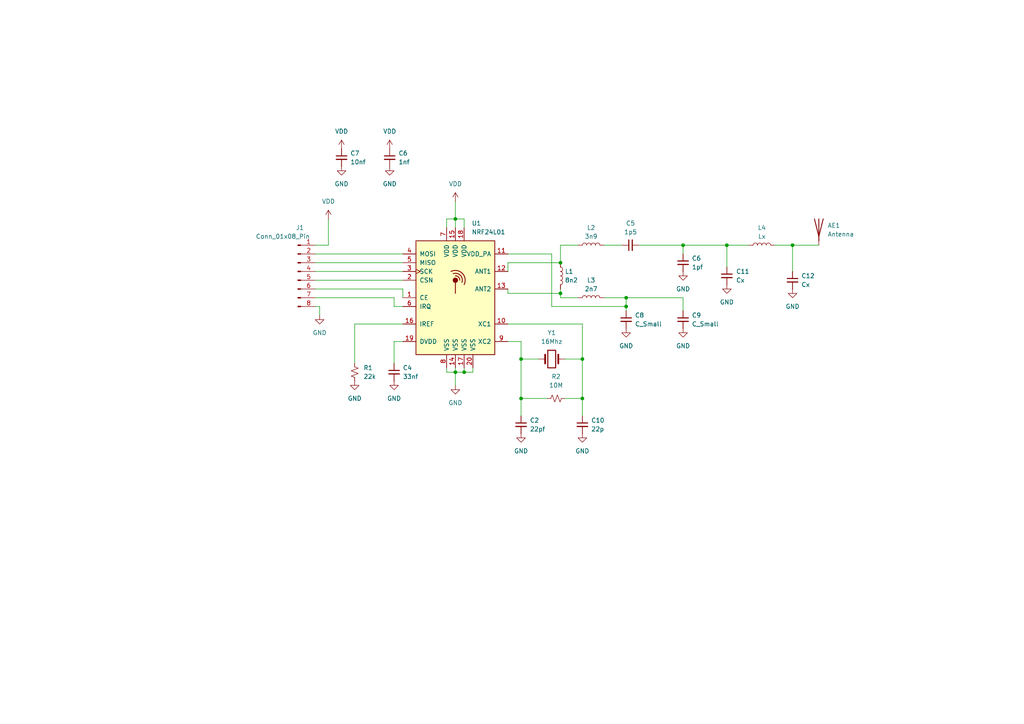
<source format=kicad_sch>
(kicad_sch
	(version 20231120)
	(generator "eeschema")
	(generator_version "8.0")
	(uuid "c6af9962-3af0-4bc8-b093-2662bc605f11")
	(paper "A4")
	(title_block
		(comment 1 "VLADIMIR LOPEZ")
	)
	(lib_symbols
		(symbol "Connector:Conn_01x08_Pin"
			(pin_names
				(offset 1.016) hide)
			(exclude_from_sim no)
			(in_bom yes)
			(on_board yes)
			(property "Reference" "J"
				(at 0 10.16 0)
				(effects
					(font
						(size 1.27 1.27)
					)
				)
			)
			(property "Value" "Conn_01x08_Pin"
				(at 0 -12.7 0)
				(effects
					(font
						(size 1.27 1.27)
					)
				)
			)
			(property "Footprint" ""
				(at 0 0 0)
				(effects
					(font
						(size 1.27 1.27)
					)
					(hide yes)
				)
			)
			(property "Datasheet" "~"
				(at 0 0 0)
				(effects
					(font
						(size 1.27 1.27)
					)
					(hide yes)
				)
			)
			(property "Description" "Generic connector, single row, 01x08, script generated"
				(at 0 0 0)
				(effects
					(font
						(size 1.27 1.27)
					)
					(hide yes)
				)
			)
			(property "ki_locked" ""
				(at 0 0 0)
				(effects
					(font
						(size 1.27 1.27)
					)
				)
			)
			(property "ki_keywords" "connector"
				(at 0 0 0)
				(effects
					(font
						(size 1.27 1.27)
					)
					(hide yes)
				)
			)
			(property "ki_fp_filters" "Connector*:*_1x??_*"
				(at 0 0 0)
				(effects
					(font
						(size 1.27 1.27)
					)
					(hide yes)
				)
			)
			(symbol "Conn_01x08_Pin_1_1"
				(polyline
					(pts
						(xy 1.27 -10.16) (xy 0.8636 -10.16)
					)
					(stroke
						(width 0.1524)
						(type default)
					)
					(fill
						(type none)
					)
				)
				(polyline
					(pts
						(xy 1.27 -7.62) (xy 0.8636 -7.62)
					)
					(stroke
						(width 0.1524)
						(type default)
					)
					(fill
						(type none)
					)
				)
				(polyline
					(pts
						(xy 1.27 -5.08) (xy 0.8636 -5.08)
					)
					(stroke
						(width 0.1524)
						(type default)
					)
					(fill
						(type none)
					)
				)
				(polyline
					(pts
						(xy 1.27 -2.54) (xy 0.8636 -2.54)
					)
					(stroke
						(width 0.1524)
						(type default)
					)
					(fill
						(type none)
					)
				)
				(polyline
					(pts
						(xy 1.27 0) (xy 0.8636 0)
					)
					(stroke
						(width 0.1524)
						(type default)
					)
					(fill
						(type none)
					)
				)
				(polyline
					(pts
						(xy 1.27 2.54) (xy 0.8636 2.54)
					)
					(stroke
						(width 0.1524)
						(type default)
					)
					(fill
						(type none)
					)
				)
				(polyline
					(pts
						(xy 1.27 5.08) (xy 0.8636 5.08)
					)
					(stroke
						(width 0.1524)
						(type default)
					)
					(fill
						(type none)
					)
				)
				(polyline
					(pts
						(xy 1.27 7.62) (xy 0.8636 7.62)
					)
					(stroke
						(width 0.1524)
						(type default)
					)
					(fill
						(type none)
					)
				)
				(rectangle
					(start 0.8636 -10.033)
					(end 0 -10.287)
					(stroke
						(width 0.1524)
						(type default)
					)
					(fill
						(type outline)
					)
				)
				(rectangle
					(start 0.8636 -7.493)
					(end 0 -7.747)
					(stroke
						(width 0.1524)
						(type default)
					)
					(fill
						(type outline)
					)
				)
				(rectangle
					(start 0.8636 -4.953)
					(end 0 -5.207)
					(stroke
						(width 0.1524)
						(type default)
					)
					(fill
						(type outline)
					)
				)
				(rectangle
					(start 0.8636 -2.413)
					(end 0 -2.667)
					(stroke
						(width 0.1524)
						(type default)
					)
					(fill
						(type outline)
					)
				)
				(rectangle
					(start 0.8636 0.127)
					(end 0 -0.127)
					(stroke
						(width 0.1524)
						(type default)
					)
					(fill
						(type outline)
					)
				)
				(rectangle
					(start 0.8636 2.667)
					(end 0 2.413)
					(stroke
						(width 0.1524)
						(type default)
					)
					(fill
						(type outline)
					)
				)
				(rectangle
					(start 0.8636 5.207)
					(end 0 4.953)
					(stroke
						(width 0.1524)
						(type default)
					)
					(fill
						(type outline)
					)
				)
				(rectangle
					(start 0.8636 7.747)
					(end 0 7.493)
					(stroke
						(width 0.1524)
						(type default)
					)
					(fill
						(type outline)
					)
				)
				(pin passive line
					(at 5.08 7.62 180)
					(length 3.81)
					(name "Pin_1"
						(effects
							(font
								(size 1.27 1.27)
							)
						)
					)
					(number "1"
						(effects
							(font
								(size 1.27 1.27)
							)
						)
					)
				)
				(pin passive line
					(at 5.08 5.08 180)
					(length 3.81)
					(name "Pin_2"
						(effects
							(font
								(size 1.27 1.27)
							)
						)
					)
					(number "2"
						(effects
							(font
								(size 1.27 1.27)
							)
						)
					)
				)
				(pin passive line
					(at 5.08 2.54 180)
					(length 3.81)
					(name "Pin_3"
						(effects
							(font
								(size 1.27 1.27)
							)
						)
					)
					(number "3"
						(effects
							(font
								(size 1.27 1.27)
							)
						)
					)
				)
				(pin passive line
					(at 5.08 0 180)
					(length 3.81)
					(name "Pin_4"
						(effects
							(font
								(size 1.27 1.27)
							)
						)
					)
					(number "4"
						(effects
							(font
								(size 1.27 1.27)
							)
						)
					)
				)
				(pin passive line
					(at 5.08 -2.54 180)
					(length 3.81)
					(name "Pin_5"
						(effects
							(font
								(size 1.27 1.27)
							)
						)
					)
					(number "5"
						(effects
							(font
								(size 1.27 1.27)
							)
						)
					)
				)
				(pin passive line
					(at 5.08 -5.08 180)
					(length 3.81)
					(name "Pin_6"
						(effects
							(font
								(size 1.27 1.27)
							)
						)
					)
					(number "6"
						(effects
							(font
								(size 1.27 1.27)
							)
						)
					)
				)
				(pin passive line
					(at 5.08 -7.62 180)
					(length 3.81)
					(name "Pin_7"
						(effects
							(font
								(size 1.27 1.27)
							)
						)
					)
					(number "7"
						(effects
							(font
								(size 1.27 1.27)
							)
						)
					)
				)
				(pin passive line
					(at 5.08 -10.16 180)
					(length 3.81)
					(name "Pin_8"
						(effects
							(font
								(size 1.27 1.27)
							)
						)
					)
					(number "8"
						(effects
							(font
								(size 1.27 1.27)
							)
						)
					)
				)
			)
		)
		(symbol "Device:Antenna"
			(pin_numbers hide)
			(pin_names
				(offset 1.016) hide)
			(exclude_from_sim no)
			(in_bom yes)
			(on_board yes)
			(property "Reference" "AE"
				(at -1.905 1.905 0)
				(effects
					(font
						(size 1.27 1.27)
					)
					(justify right)
				)
			)
			(property "Value" "Antenna"
				(at -1.905 0 0)
				(effects
					(font
						(size 1.27 1.27)
					)
					(justify right)
				)
			)
			(property "Footprint" ""
				(at 0 0 0)
				(effects
					(font
						(size 1.27 1.27)
					)
					(hide yes)
				)
			)
			(property "Datasheet" "~"
				(at 0 0 0)
				(effects
					(font
						(size 1.27 1.27)
					)
					(hide yes)
				)
			)
			(property "Description" "Antenna"
				(at 0 0 0)
				(effects
					(font
						(size 1.27 1.27)
					)
					(hide yes)
				)
			)
			(property "ki_keywords" "antenna"
				(at 0 0 0)
				(effects
					(font
						(size 1.27 1.27)
					)
					(hide yes)
				)
			)
			(symbol "Antenna_0_1"
				(polyline
					(pts
						(xy 0 2.54) (xy 0 -3.81)
					)
					(stroke
						(width 0.254)
						(type default)
					)
					(fill
						(type none)
					)
				)
				(polyline
					(pts
						(xy 1.27 2.54) (xy 0 -2.54) (xy -1.27 2.54)
					)
					(stroke
						(width 0.254)
						(type default)
					)
					(fill
						(type none)
					)
				)
			)
			(symbol "Antenna_1_1"
				(pin input line
					(at 0 -5.08 90)
					(length 2.54)
					(name "A"
						(effects
							(font
								(size 1.27 1.27)
							)
						)
					)
					(number "1"
						(effects
							(font
								(size 1.27 1.27)
							)
						)
					)
				)
			)
		)
		(symbol "Device:C_Small"
			(pin_numbers hide)
			(pin_names
				(offset 0.254) hide)
			(exclude_from_sim no)
			(in_bom yes)
			(on_board yes)
			(property "Reference" "C"
				(at 0.254 1.778 0)
				(effects
					(font
						(size 1.27 1.27)
					)
					(justify left)
				)
			)
			(property "Value" "C_Small"
				(at 0.254 -2.032 0)
				(effects
					(font
						(size 1.27 1.27)
					)
					(justify left)
				)
			)
			(property "Footprint" ""
				(at 0 0 0)
				(effects
					(font
						(size 1.27 1.27)
					)
					(hide yes)
				)
			)
			(property "Datasheet" "~"
				(at 0 0 0)
				(effects
					(font
						(size 1.27 1.27)
					)
					(hide yes)
				)
			)
			(property "Description" "Unpolarized capacitor, small symbol"
				(at 0 0 0)
				(effects
					(font
						(size 1.27 1.27)
					)
					(hide yes)
				)
			)
			(property "ki_keywords" "capacitor cap"
				(at 0 0 0)
				(effects
					(font
						(size 1.27 1.27)
					)
					(hide yes)
				)
			)
			(property "ki_fp_filters" "C_*"
				(at 0 0 0)
				(effects
					(font
						(size 1.27 1.27)
					)
					(hide yes)
				)
			)
			(symbol "C_Small_0_1"
				(polyline
					(pts
						(xy -1.524 -0.508) (xy 1.524 -0.508)
					)
					(stroke
						(width 0.3302)
						(type default)
					)
					(fill
						(type none)
					)
				)
				(polyline
					(pts
						(xy -1.524 0.508) (xy 1.524 0.508)
					)
					(stroke
						(width 0.3048)
						(type default)
					)
					(fill
						(type none)
					)
				)
			)
			(symbol "C_Small_1_1"
				(pin passive line
					(at 0 2.54 270)
					(length 2.032)
					(name "~"
						(effects
							(font
								(size 1.27 1.27)
							)
						)
					)
					(number "1"
						(effects
							(font
								(size 1.27 1.27)
							)
						)
					)
				)
				(pin passive line
					(at 0 -2.54 90)
					(length 2.032)
					(name "~"
						(effects
							(font
								(size 1.27 1.27)
							)
						)
					)
					(number "2"
						(effects
							(font
								(size 1.27 1.27)
							)
						)
					)
				)
			)
		)
		(symbol "Device:Crystal"
			(pin_numbers hide)
			(pin_names
				(offset 1.016) hide)
			(exclude_from_sim no)
			(in_bom yes)
			(on_board yes)
			(property "Reference" "Y"
				(at 0 3.81 0)
				(effects
					(font
						(size 1.27 1.27)
					)
				)
			)
			(property "Value" "Crystal"
				(at 0 -3.81 0)
				(effects
					(font
						(size 1.27 1.27)
					)
				)
			)
			(property "Footprint" ""
				(at 0 0 0)
				(effects
					(font
						(size 1.27 1.27)
					)
					(hide yes)
				)
			)
			(property "Datasheet" "~"
				(at 0 0 0)
				(effects
					(font
						(size 1.27 1.27)
					)
					(hide yes)
				)
			)
			(property "Description" "Two pin crystal"
				(at 0 0 0)
				(effects
					(font
						(size 1.27 1.27)
					)
					(hide yes)
				)
			)
			(property "ki_keywords" "quartz ceramic resonator oscillator"
				(at 0 0 0)
				(effects
					(font
						(size 1.27 1.27)
					)
					(hide yes)
				)
			)
			(property "ki_fp_filters" "Crystal*"
				(at 0 0 0)
				(effects
					(font
						(size 1.27 1.27)
					)
					(hide yes)
				)
			)
			(symbol "Crystal_0_1"
				(rectangle
					(start -1.143 2.54)
					(end 1.143 -2.54)
					(stroke
						(width 0.3048)
						(type default)
					)
					(fill
						(type none)
					)
				)
				(polyline
					(pts
						(xy -2.54 0) (xy -1.905 0)
					)
					(stroke
						(width 0)
						(type default)
					)
					(fill
						(type none)
					)
				)
				(polyline
					(pts
						(xy -1.905 -1.27) (xy -1.905 1.27)
					)
					(stroke
						(width 0.508)
						(type default)
					)
					(fill
						(type none)
					)
				)
				(polyline
					(pts
						(xy 1.905 -1.27) (xy 1.905 1.27)
					)
					(stroke
						(width 0.508)
						(type default)
					)
					(fill
						(type none)
					)
				)
				(polyline
					(pts
						(xy 2.54 0) (xy 1.905 0)
					)
					(stroke
						(width 0)
						(type default)
					)
					(fill
						(type none)
					)
				)
			)
			(symbol "Crystal_1_1"
				(pin passive line
					(at -3.81 0 0)
					(length 1.27)
					(name "1"
						(effects
							(font
								(size 1.27 1.27)
							)
						)
					)
					(number "1"
						(effects
							(font
								(size 1.27 1.27)
							)
						)
					)
				)
				(pin passive line
					(at 3.81 0 180)
					(length 1.27)
					(name "2"
						(effects
							(font
								(size 1.27 1.27)
							)
						)
					)
					(number "2"
						(effects
							(font
								(size 1.27 1.27)
							)
						)
					)
				)
			)
		)
		(symbol "Device:L"
			(pin_numbers hide)
			(pin_names
				(offset 1.016) hide)
			(exclude_from_sim no)
			(in_bom yes)
			(on_board yes)
			(property "Reference" "L"
				(at -1.27 0 90)
				(effects
					(font
						(size 1.27 1.27)
					)
				)
			)
			(property "Value" "L"
				(at 1.905 0 90)
				(effects
					(font
						(size 1.27 1.27)
					)
				)
			)
			(property "Footprint" ""
				(at 0 0 0)
				(effects
					(font
						(size 1.27 1.27)
					)
					(hide yes)
				)
			)
			(property "Datasheet" "~"
				(at 0 0 0)
				(effects
					(font
						(size 1.27 1.27)
					)
					(hide yes)
				)
			)
			(property "Description" "Inductor"
				(at 0 0 0)
				(effects
					(font
						(size 1.27 1.27)
					)
					(hide yes)
				)
			)
			(property "ki_keywords" "inductor choke coil reactor magnetic"
				(at 0 0 0)
				(effects
					(font
						(size 1.27 1.27)
					)
					(hide yes)
				)
			)
			(property "ki_fp_filters" "Choke_* *Coil* Inductor_* L_*"
				(at 0 0 0)
				(effects
					(font
						(size 1.27 1.27)
					)
					(hide yes)
				)
			)
			(symbol "L_0_1"
				(arc
					(start 0 -2.54)
					(mid 0.6323 -1.905)
					(end 0 -1.27)
					(stroke
						(width 0)
						(type default)
					)
					(fill
						(type none)
					)
				)
				(arc
					(start 0 -1.27)
					(mid 0.6323 -0.635)
					(end 0 0)
					(stroke
						(width 0)
						(type default)
					)
					(fill
						(type none)
					)
				)
				(arc
					(start 0 0)
					(mid 0.6323 0.635)
					(end 0 1.27)
					(stroke
						(width 0)
						(type default)
					)
					(fill
						(type none)
					)
				)
				(arc
					(start 0 1.27)
					(mid 0.6323 1.905)
					(end 0 2.54)
					(stroke
						(width 0)
						(type default)
					)
					(fill
						(type none)
					)
				)
			)
			(symbol "L_1_1"
				(pin passive line
					(at 0 3.81 270)
					(length 1.27)
					(name "1"
						(effects
							(font
								(size 1.27 1.27)
							)
						)
					)
					(number "1"
						(effects
							(font
								(size 1.27 1.27)
							)
						)
					)
				)
				(pin passive line
					(at 0 -3.81 90)
					(length 1.27)
					(name "2"
						(effects
							(font
								(size 1.27 1.27)
							)
						)
					)
					(number "2"
						(effects
							(font
								(size 1.27 1.27)
							)
						)
					)
				)
			)
		)
		(symbol "Device:R_Small_US"
			(pin_numbers hide)
			(pin_names
				(offset 0.254) hide)
			(exclude_from_sim no)
			(in_bom yes)
			(on_board yes)
			(property "Reference" "R"
				(at 0.762 0.508 0)
				(effects
					(font
						(size 1.27 1.27)
					)
					(justify left)
				)
			)
			(property "Value" "R_Small_US"
				(at 0.762 -1.016 0)
				(effects
					(font
						(size 1.27 1.27)
					)
					(justify left)
				)
			)
			(property "Footprint" ""
				(at 0 0 0)
				(effects
					(font
						(size 1.27 1.27)
					)
					(hide yes)
				)
			)
			(property "Datasheet" "~"
				(at 0 0 0)
				(effects
					(font
						(size 1.27 1.27)
					)
					(hide yes)
				)
			)
			(property "Description" "Resistor, small US symbol"
				(at 0 0 0)
				(effects
					(font
						(size 1.27 1.27)
					)
					(hide yes)
				)
			)
			(property "ki_keywords" "r resistor"
				(at 0 0 0)
				(effects
					(font
						(size 1.27 1.27)
					)
					(hide yes)
				)
			)
			(property "ki_fp_filters" "R_*"
				(at 0 0 0)
				(effects
					(font
						(size 1.27 1.27)
					)
					(hide yes)
				)
			)
			(symbol "R_Small_US_1_1"
				(polyline
					(pts
						(xy 0 0) (xy 1.016 -0.381) (xy 0 -0.762) (xy -1.016 -1.143) (xy 0 -1.524)
					)
					(stroke
						(width 0)
						(type default)
					)
					(fill
						(type none)
					)
				)
				(polyline
					(pts
						(xy 0 1.524) (xy 1.016 1.143) (xy 0 0.762) (xy -1.016 0.381) (xy 0 0)
					)
					(stroke
						(width 0)
						(type default)
					)
					(fill
						(type none)
					)
				)
				(pin passive line
					(at 0 2.54 270)
					(length 1.016)
					(name "~"
						(effects
							(font
								(size 1.27 1.27)
							)
						)
					)
					(number "1"
						(effects
							(font
								(size 1.27 1.27)
							)
						)
					)
				)
				(pin passive line
					(at 0 -2.54 90)
					(length 1.016)
					(name "~"
						(effects
							(font
								(size 1.27 1.27)
							)
						)
					)
					(number "2"
						(effects
							(font
								(size 1.27 1.27)
							)
						)
					)
				)
			)
		)
		(symbol "RF:NRF24L01"
			(pin_names
				(offset 1.016)
			)
			(exclude_from_sim no)
			(in_bom yes)
			(on_board yes)
			(property "Reference" "U"
				(at -11.43 17.78 0)
				(effects
					(font
						(size 1.27 1.27)
					)
					(justify left)
				)
			)
			(property "Value" "NRF24L01"
				(at 5.08 17.78 0)
				(effects
					(font
						(size 1.27 1.27)
					)
					(justify left)
				)
			)
			(property "Footprint" "Package_DFN_QFN:QFN-20-1EP_4x4mm_P0.5mm_EP2.5x2.5mm"
				(at 5.08 20.32 0)
				(effects
					(font
						(size 1.27 1.27)
						(italic yes)
					)
					(justify left)
					(hide yes)
				)
			)
			(property "Datasheet" "http://www.nordicsemi.com/eng/content/download/2730/34105/file/nRF24L01_Product_Specification_v2_0.pdf"
				(at 0 2.54 0)
				(effects
					(font
						(size 1.27 1.27)
					)
					(hide yes)
				)
			)
			(property "Description" "Ultra low power 2.4GHz RF Transceiver, QFN-20"
				(at 0 0 0)
				(effects
					(font
						(size 1.27 1.27)
					)
					(hide yes)
				)
			)
			(property "ki_keywords" "Low Power RF Transceiver"
				(at 0 0 0)
				(effects
					(font
						(size 1.27 1.27)
					)
					(hide yes)
				)
			)
			(property "ki_fp_filters" "QFN*4x4*0.5mm*"
				(at 0 0 0)
				(effects
					(font
						(size 1.27 1.27)
					)
					(hide yes)
				)
			)
			(symbol "NRF24L01_0_1"
				(rectangle
					(start -11.43 16.51)
					(end 11.43 -16.51)
					(stroke
						(width 0.254)
						(type default)
					)
					(fill
						(type background)
					)
				)
				(polyline
					(pts
						(xy 0 4.445) (xy 0 1.27)
					)
					(stroke
						(width 0.254)
						(type default)
					)
					(fill
						(type none)
					)
				)
				(circle
					(center 0 5.08)
					(radius 0.635)
					(stroke
						(width 0.254)
						(type default)
					)
					(fill
						(type outline)
					)
				)
				(arc
					(start 1.27 5.08)
					(mid 0.9071 5.9946)
					(end 0 6.35)
					(stroke
						(width 0.254)
						(type default)
					)
					(fill
						(type none)
					)
				)
				(arc
					(start 1.905 4.445)
					(mid 1.4313 6.5254)
					(end -0.635 6.985)
					(stroke
						(width 0.254)
						(type default)
					)
					(fill
						(type none)
					)
				)
				(arc
					(start 2.54 3.81)
					(mid 2.008 7.088)
					(end -1.27 7.62)
					(stroke
						(width 0.254)
						(type default)
					)
					(fill
						(type none)
					)
				)
				(rectangle
					(start 11.43 -13.97)
					(end 11.43 -13.97)
					(stroke
						(width 0)
						(type default)
					)
					(fill
						(type none)
					)
				)
			)
			(symbol "NRF24L01_1_1"
				(pin input line
					(at -15.24 0 0)
					(length 3.81)
					(name "CE"
						(effects
							(font
								(size 1.27 1.27)
							)
						)
					)
					(number "1"
						(effects
							(font
								(size 1.27 1.27)
							)
						)
					)
				)
				(pin passive line
					(at 15.24 -7.62 180)
					(length 3.81)
					(name "XC1"
						(effects
							(font
								(size 1.27 1.27)
							)
						)
					)
					(number "10"
						(effects
							(font
								(size 1.27 1.27)
							)
						)
					)
				)
				(pin power_out line
					(at 15.24 12.7 180)
					(length 3.81)
					(name "VDD_PA"
						(effects
							(font
								(size 1.27 1.27)
							)
						)
					)
					(number "11"
						(effects
							(font
								(size 1.27 1.27)
							)
						)
					)
				)
				(pin passive line
					(at 15.24 7.62 180)
					(length 3.81)
					(name "ANT1"
						(effects
							(font
								(size 1.27 1.27)
							)
						)
					)
					(number "12"
						(effects
							(font
								(size 1.27 1.27)
							)
						)
					)
				)
				(pin passive line
					(at 15.24 2.54 180)
					(length 3.81)
					(name "ANT2"
						(effects
							(font
								(size 1.27 1.27)
							)
						)
					)
					(number "13"
						(effects
							(font
								(size 1.27 1.27)
							)
						)
					)
				)
				(pin power_in line
					(at 0 -20.32 90)
					(length 3.81)
					(name "VSS"
						(effects
							(font
								(size 1.27 1.27)
							)
						)
					)
					(number "14"
						(effects
							(font
								(size 1.27 1.27)
							)
						)
					)
				)
				(pin power_in line
					(at 0 20.32 270)
					(length 3.81)
					(name "VDD"
						(effects
							(font
								(size 1.27 1.27)
							)
						)
					)
					(number "15"
						(effects
							(font
								(size 1.27 1.27)
							)
						)
					)
				)
				(pin passive line
					(at -15.24 -7.62 0)
					(length 3.81)
					(name "IREF"
						(effects
							(font
								(size 1.27 1.27)
							)
						)
					)
					(number "16"
						(effects
							(font
								(size 1.27 1.27)
							)
						)
					)
				)
				(pin power_in line
					(at 2.54 -20.32 90)
					(length 3.81)
					(name "VSS"
						(effects
							(font
								(size 1.27 1.27)
							)
						)
					)
					(number "17"
						(effects
							(font
								(size 1.27 1.27)
							)
						)
					)
				)
				(pin power_in line
					(at 2.54 20.32 270)
					(length 3.81)
					(name "VDD"
						(effects
							(font
								(size 1.27 1.27)
							)
						)
					)
					(number "18"
						(effects
							(font
								(size 1.27 1.27)
							)
						)
					)
				)
				(pin power_out line
					(at -15.24 -12.7 0)
					(length 3.81)
					(name "DVDD"
						(effects
							(font
								(size 1.27 1.27)
							)
						)
					)
					(number "19"
						(effects
							(font
								(size 1.27 1.27)
							)
						)
					)
				)
				(pin input line
					(at -15.24 5.08 0)
					(length 3.81)
					(name "CSN"
						(effects
							(font
								(size 1.27 1.27)
							)
						)
					)
					(number "2"
						(effects
							(font
								(size 1.27 1.27)
							)
						)
					)
				)
				(pin power_in line
					(at 5.08 -20.32 90)
					(length 3.81)
					(name "VSS"
						(effects
							(font
								(size 1.27 1.27)
							)
						)
					)
					(number "20"
						(effects
							(font
								(size 1.27 1.27)
							)
						)
					)
				)
				(pin input clock
					(at -15.24 7.62 0)
					(length 3.81)
					(name "SCK"
						(effects
							(font
								(size 1.27 1.27)
							)
						)
					)
					(number "3"
						(effects
							(font
								(size 1.27 1.27)
							)
						)
					)
				)
				(pin input line
					(at -15.24 12.7 0)
					(length 3.81)
					(name "MOSI"
						(effects
							(font
								(size 1.27 1.27)
							)
						)
					)
					(number "4"
						(effects
							(font
								(size 1.27 1.27)
							)
						)
					)
				)
				(pin output line
					(at -15.24 10.16 0)
					(length 3.81)
					(name "MISO"
						(effects
							(font
								(size 1.27 1.27)
							)
						)
					)
					(number "5"
						(effects
							(font
								(size 1.27 1.27)
							)
						)
					)
				)
				(pin output line
					(at -15.24 -2.54 0)
					(length 3.81)
					(name "IRQ"
						(effects
							(font
								(size 1.27 1.27)
							)
						)
					)
					(number "6"
						(effects
							(font
								(size 1.27 1.27)
							)
						)
					)
				)
				(pin power_in line
					(at -2.54 20.32 270)
					(length 3.81)
					(name "VDD"
						(effects
							(font
								(size 1.27 1.27)
							)
						)
					)
					(number "7"
						(effects
							(font
								(size 1.27 1.27)
							)
						)
					)
				)
				(pin power_in line
					(at -2.54 -20.32 90)
					(length 3.81)
					(name "VSS"
						(effects
							(font
								(size 1.27 1.27)
							)
						)
					)
					(number "8"
						(effects
							(font
								(size 1.27 1.27)
							)
						)
					)
				)
				(pin passive line
					(at 15.24 -12.7 180)
					(length 3.81)
					(name "XC2"
						(effects
							(font
								(size 1.27 1.27)
							)
						)
					)
					(number "9"
						(effects
							(font
								(size 1.27 1.27)
							)
						)
					)
				)
			)
		)
		(symbol "power:GND"
			(power)
			(pin_numbers hide)
			(pin_names
				(offset 0) hide)
			(exclude_from_sim no)
			(in_bom yes)
			(on_board yes)
			(property "Reference" "#PWR"
				(at 0 -6.35 0)
				(effects
					(font
						(size 1.27 1.27)
					)
					(hide yes)
				)
			)
			(property "Value" "GND"
				(at 0 -3.81 0)
				(effects
					(font
						(size 1.27 1.27)
					)
				)
			)
			(property "Footprint" ""
				(at 0 0 0)
				(effects
					(font
						(size 1.27 1.27)
					)
					(hide yes)
				)
			)
			(property "Datasheet" ""
				(at 0 0 0)
				(effects
					(font
						(size 1.27 1.27)
					)
					(hide yes)
				)
			)
			(property "Description" "Power symbol creates a global label with name \"GND\" , ground"
				(at 0 0 0)
				(effects
					(font
						(size 1.27 1.27)
					)
					(hide yes)
				)
			)
			(property "ki_keywords" "global power"
				(at 0 0 0)
				(effects
					(font
						(size 1.27 1.27)
					)
					(hide yes)
				)
			)
			(symbol "GND_0_1"
				(polyline
					(pts
						(xy 0 0) (xy 0 -1.27) (xy 1.27 -1.27) (xy 0 -2.54) (xy -1.27 -1.27) (xy 0 -1.27)
					)
					(stroke
						(width 0)
						(type default)
					)
					(fill
						(type none)
					)
				)
			)
			(symbol "GND_1_1"
				(pin power_in line
					(at 0 0 270)
					(length 0)
					(name "~"
						(effects
							(font
								(size 1.27 1.27)
							)
						)
					)
					(number "1"
						(effects
							(font
								(size 1.27 1.27)
							)
						)
					)
				)
			)
		)
		(symbol "power:VDD"
			(power)
			(pin_numbers hide)
			(pin_names
				(offset 0) hide)
			(exclude_from_sim no)
			(in_bom yes)
			(on_board yes)
			(property "Reference" "#PWR"
				(at 0 -3.81 0)
				(effects
					(font
						(size 1.27 1.27)
					)
					(hide yes)
				)
			)
			(property "Value" "VDD"
				(at 0 3.556 0)
				(effects
					(font
						(size 1.27 1.27)
					)
				)
			)
			(property "Footprint" ""
				(at 0 0 0)
				(effects
					(font
						(size 1.27 1.27)
					)
					(hide yes)
				)
			)
			(property "Datasheet" ""
				(at 0 0 0)
				(effects
					(font
						(size 1.27 1.27)
					)
					(hide yes)
				)
			)
			(property "Description" "Power symbol creates a global label with name \"VDD\""
				(at 0 0 0)
				(effects
					(font
						(size 1.27 1.27)
					)
					(hide yes)
				)
			)
			(property "ki_keywords" "global power"
				(at 0 0 0)
				(effects
					(font
						(size 1.27 1.27)
					)
					(hide yes)
				)
			)
			(symbol "VDD_0_1"
				(polyline
					(pts
						(xy -0.762 1.27) (xy 0 2.54)
					)
					(stroke
						(width 0)
						(type default)
					)
					(fill
						(type none)
					)
				)
				(polyline
					(pts
						(xy 0 0) (xy 0 2.54)
					)
					(stroke
						(width 0)
						(type default)
					)
					(fill
						(type none)
					)
				)
				(polyline
					(pts
						(xy 0 2.54) (xy 0.762 1.27)
					)
					(stroke
						(width 0)
						(type default)
					)
					(fill
						(type none)
					)
				)
			)
			(symbol "VDD_1_1"
				(pin power_in line
					(at 0 0 90)
					(length 0)
					(name "~"
						(effects
							(font
								(size 1.27 1.27)
							)
						)
					)
					(number "1"
						(effects
							(font
								(size 1.27 1.27)
							)
						)
					)
				)
			)
		)
	)
	(junction
		(at 151.13 115.57)
		(diameter 0)
		(color 0 0 0 0)
		(uuid "14712aae-ae44-4727-887e-be6037c95376")
	)
	(junction
		(at 162.56 76.2)
		(diameter 0)
		(color 0 0 0 0)
		(uuid "14cee6e5-a813-47df-8bfe-1ee6e15adefe")
	)
	(junction
		(at 134.62 107.95)
		(diameter 0)
		(color 0 0 0 0)
		(uuid "20dcbf46-7a1a-41c3-961d-42e739358398")
	)
	(junction
		(at 168.91 115.57)
		(diameter 0)
		(color 0 0 0 0)
		(uuid "32ecb99c-4088-412e-802c-e3676360a7e2")
	)
	(junction
		(at 168.91 104.14)
		(diameter 0)
		(color 0 0 0 0)
		(uuid "34178702-7177-4b40-a48b-dd912701d376")
	)
	(junction
		(at 151.13 104.14)
		(diameter 0)
		(color 0 0 0 0)
		(uuid "3e0126d4-ff50-4779-ba1a-50d0820a81a8")
	)
	(junction
		(at 181.61 88.9)
		(diameter 0)
		(color 0 0 0 0)
		(uuid "443dea85-30dc-4681-b569-d8c43b90bbca")
	)
	(junction
		(at 162.56 85.09)
		(diameter 0)
		(color 0 0 0 0)
		(uuid "596f80d5-d257-4397-a096-978bb05f65ce")
	)
	(junction
		(at 210.82 71.12)
		(diameter 0)
		(color 0 0 0 0)
		(uuid "5ffac319-0b3f-43b4-a8d0-f162921a21d2")
	)
	(junction
		(at 132.08 107.95)
		(diameter 0)
		(color 0 0 0 0)
		(uuid "6cb8451a-ef70-4acf-99dc-584f844af24e")
	)
	(junction
		(at 181.61 86.36)
		(diameter 0)
		(color 0 0 0 0)
		(uuid "75a742c6-79a3-4f7e-92c9-39ba3d8d03e7")
	)
	(junction
		(at 132.08 63.5)
		(diameter 0)
		(color 0 0 0 0)
		(uuid "ae094ebe-5f91-46b2-868e-2715a08d4cc1")
	)
	(junction
		(at 198.12 71.12)
		(diameter 0)
		(color 0 0 0 0)
		(uuid "f2b83c79-77dd-45e8-aba9-848d20ad4c46")
	)
	(junction
		(at 229.87 71.12)
		(diameter 0)
		(color 0 0 0 0)
		(uuid "fc665490-9132-4505-b4cd-73b20403e42b")
	)
	(wire
		(pts
			(xy 91.44 73.66) (xy 116.84 73.66)
		)
		(stroke
			(width 0)
			(type default)
		)
		(uuid "033b9a73-c626-449c-9360-e5dbc5d33fb4")
	)
	(wire
		(pts
			(xy 129.54 106.68) (xy 129.54 107.95)
		)
		(stroke
			(width 0)
			(type default)
		)
		(uuid "036cfb15-37fc-46dc-9720-34cb316f16ff")
	)
	(wire
		(pts
			(xy 116.84 88.9) (xy 114.3 88.9)
		)
		(stroke
			(width 0)
			(type default)
		)
		(uuid "0a1a7f8f-a78c-4553-b59a-6b0a5b2a8ed2")
	)
	(wire
		(pts
			(xy 168.91 93.98) (xy 168.91 104.14)
		)
		(stroke
			(width 0)
			(type default)
		)
		(uuid "0c072785-370c-4f7a-9d88-4849d81cd44f")
	)
	(wire
		(pts
			(xy 134.62 66.04) (xy 134.62 63.5)
		)
		(stroke
			(width 0)
			(type default)
		)
		(uuid "0d684a5b-9708-4af2-940e-9847f00eda86")
	)
	(wire
		(pts
			(xy 129.54 63.5) (xy 132.08 63.5)
		)
		(stroke
			(width 0)
			(type default)
		)
		(uuid "0f137ebc-3baf-46f7-8888-87263c9507f5")
	)
	(wire
		(pts
			(xy 162.56 71.12) (xy 162.56 76.2)
		)
		(stroke
			(width 0)
			(type default)
		)
		(uuid "10ffc56a-d09d-4aa1-b0a3-0471565fb040")
	)
	(wire
		(pts
			(xy 181.61 86.36) (xy 181.61 88.9)
		)
		(stroke
			(width 0)
			(type default)
		)
		(uuid "12559be8-d925-47c9-873e-d8d35780285c")
	)
	(wire
		(pts
			(xy 114.3 99.06) (xy 114.3 105.41)
		)
		(stroke
			(width 0)
			(type default)
		)
		(uuid "1cf5bdc3-a483-4841-be94-a263a80399a9")
	)
	(wire
		(pts
			(xy 151.13 99.06) (xy 151.13 104.14)
		)
		(stroke
			(width 0)
			(type default)
		)
		(uuid "1da1b024-7318-447f-8c8e-9458cbd53156")
	)
	(wire
		(pts
			(xy 160.02 88.9) (xy 181.61 88.9)
		)
		(stroke
			(width 0)
			(type default)
		)
		(uuid "1e56c117-f19e-4492-9124-a25d0465ea76")
	)
	(wire
		(pts
			(xy 160.02 73.66) (xy 160.02 88.9)
		)
		(stroke
			(width 0)
			(type default)
		)
		(uuid "24060517-a889-42c7-b565-12da57a1b39c")
	)
	(wire
		(pts
			(xy 116.84 93.98) (xy 102.87 93.98)
		)
		(stroke
			(width 0)
			(type default)
		)
		(uuid "249d1dd2-ca6f-4a6c-8ae4-1256085194f5")
	)
	(wire
		(pts
			(xy 229.87 71.12) (xy 229.87 78.74)
		)
		(stroke
			(width 0)
			(type default)
		)
		(uuid "25db38a7-79ae-421f-80ee-72af999eb6a9")
	)
	(wire
		(pts
			(xy 95.25 71.12) (xy 91.44 71.12)
		)
		(stroke
			(width 0)
			(type default)
		)
		(uuid "2e915162-a8aa-428a-99bd-90f94282961e")
	)
	(wire
		(pts
			(xy 162.56 86.36) (xy 162.56 85.09)
		)
		(stroke
			(width 0)
			(type default)
		)
		(uuid "2eaab539-29bd-4bec-bc4b-1d7d8a9f40d7")
	)
	(wire
		(pts
			(xy 147.32 99.06) (xy 151.13 99.06)
		)
		(stroke
			(width 0)
			(type default)
		)
		(uuid "2f493b97-041e-48eb-9a09-760d39a4162c")
	)
	(wire
		(pts
			(xy 210.82 71.12) (xy 210.82 77.47)
		)
		(stroke
			(width 0)
			(type default)
		)
		(uuid "33fa1f54-1677-40c1-bc29-7c3b9eec67b1")
	)
	(wire
		(pts
			(xy 132.08 107.95) (xy 132.08 111.76)
		)
		(stroke
			(width 0)
			(type default)
		)
		(uuid "3486aa68-8bf8-4507-b1d7-553faaa79d87")
	)
	(wire
		(pts
			(xy 163.83 104.14) (xy 168.91 104.14)
		)
		(stroke
			(width 0)
			(type default)
		)
		(uuid "34a63fc3-8bd5-4fa8-97e4-de93ebbcc5f3")
	)
	(wire
		(pts
			(xy 147.32 73.66) (xy 160.02 73.66)
		)
		(stroke
			(width 0)
			(type default)
		)
		(uuid "3cb39b1b-c36f-4585-bb26-20b9482e1e15")
	)
	(wire
		(pts
			(xy 229.87 71.12) (xy 224.79 71.12)
		)
		(stroke
			(width 0)
			(type default)
		)
		(uuid "3dd7f512-61c5-4e0e-b6d3-71c46a47ddbf")
	)
	(wire
		(pts
			(xy 162.56 76.2) (xy 147.32 76.2)
		)
		(stroke
			(width 0)
			(type default)
		)
		(uuid "3e25c907-cfc4-46b9-95cf-0b10e8ffd09b")
	)
	(wire
		(pts
			(xy 132.08 107.95) (xy 134.62 107.95)
		)
		(stroke
			(width 0)
			(type default)
		)
		(uuid "418647cc-5c62-4c0e-9744-430fda5438b8")
	)
	(wire
		(pts
			(xy 168.91 115.57) (xy 168.91 120.65)
		)
		(stroke
			(width 0)
			(type default)
		)
		(uuid "4214239c-b5f8-4727-b5a0-95c06d8d5776")
	)
	(wire
		(pts
			(xy 229.87 71.12) (xy 237.49 71.12)
		)
		(stroke
			(width 0)
			(type default)
		)
		(uuid "4d8d65f9-35b4-4c7c-bfd8-b1b308d7c890")
	)
	(wire
		(pts
			(xy 168.91 104.14) (xy 168.91 115.57)
		)
		(stroke
			(width 0)
			(type default)
		)
		(uuid "54e3a451-fd04-4dec-a3e1-330f73d9c4aa")
	)
	(wire
		(pts
			(xy 151.13 115.57) (xy 158.75 115.57)
		)
		(stroke
			(width 0)
			(type default)
		)
		(uuid "56b13dfb-a892-42d2-8a65-9e66d44dd438")
	)
	(wire
		(pts
			(xy 95.25 63.5) (xy 95.25 71.12)
		)
		(stroke
			(width 0)
			(type default)
		)
		(uuid "589e07c2-b0c0-44d0-b0e0-de82c459171c")
	)
	(wire
		(pts
			(xy 132.08 63.5) (xy 134.62 63.5)
		)
		(stroke
			(width 0)
			(type default)
		)
		(uuid "5afdf2d6-a39d-4916-8cdd-88a75a6a9443")
	)
	(wire
		(pts
			(xy 175.26 71.12) (xy 180.34 71.12)
		)
		(stroke
			(width 0)
			(type default)
		)
		(uuid "5ca0217e-18d2-468c-8731-5217856ddc27")
	)
	(wire
		(pts
			(xy 162.56 85.09) (xy 162.56 83.82)
		)
		(stroke
			(width 0)
			(type default)
		)
		(uuid "68162537-33d9-4289-8d56-aed6241ca291")
	)
	(wire
		(pts
			(xy 91.44 78.74) (xy 116.84 78.74)
		)
		(stroke
			(width 0)
			(type default)
		)
		(uuid "6b7de6ac-46b9-4d49-a73b-e00a1f6c179e")
	)
	(wire
		(pts
			(xy 114.3 88.9) (xy 114.3 86.36)
		)
		(stroke
			(width 0)
			(type default)
		)
		(uuid "6c6f488b-38c6-4cd6-8363-6d78e46927df")
	)
	(wire
		(pts
			(xy 198.12 71.12) (xy 210.82 71.12)
		)
		(stroke
			(width 0)
			(type default)
		)
		(uuid "6ee777d7-b7c4-4138-899b-e3594c8f157c")
	)
	(wire
		(pts
			(xy 137.16 107.95) (xy 134.62 107.95)
		)
		(stroke
			(width 0)
			(type default)
		)
		(uuid "6eef7a46-a73a-4b6c-8e1f-e5e76e0408ee")
	)
	(wire
		(pts
			(xy 129.54 107.95) (xy 132.08 107.95)
		)
		(stroke
			(width 0)
			(type default)
		)
		(uuid "798097f0-7865-4a44-80da-29cecd3f921c")
	)
	(wire
		(pts
			(xy 132.08 63.5) (xy 132.08 66.04)
		)
		(stroke
			(width 0)
			(type default)
		)
		(uuid "79a05746-fe21-4092-8f38-ad2cb869f905")
	)
	(wire
		(pts
			(xy 137.16 106.68) (xy 137.16 107.95)
		)
		(stroke
			(width 0)
			(type default)
		)
		(uuid "7a6991c2-c258-44e2-9907-4b351bf3ce6b")
	)
	(wire
		(pts
			(xy 91.44 88.9) (xy 92.71 88.9)
		)
		(stroke
			(width 0)
			(type default)
		)
		(uuid "94a7446a-7912-42b6-b320-bfaa936f48a8")
	)
	(wire
		(pts
			(xy 198.12 90.17) (xy 198.12 86.36)
		)
		(stroke
			(width 0)
			(type default)
		)
		(uuid "9fe71f3f-0ee1-4272-b53d-7177a2891b46")
	)
	(wire
		(pts
			(xy 147.32 85.09) (xy 147.32 83.82)
		)
		(stroke
			(width 0)
			(type default)
		)
		(uuid "a222f5c9-4f0d-437e-b111-cda106b6c064")
	)
	(wire
		(pts
			(xy 151.13 104.14) (xy 156.21 104.14)
		)
		(stroke
			(width 0)
			(type default)
		)
		(uuid "a30ffe8d-651f-4718-b1e0-a7b222a52a77")
	)
	(wire
		(pts
			(xy 134.62 106.68) (xy 134.62 107.95)
		)
		(stroke
			(width 0)
			(type default)
		)
		(uuid "a8fd3812-4b24-42d7-a551-42423d2847c7")
	)
	(wire
		(pts
			(xy 116.84 99.06) (xy 114.3 99.06)
		)
		(stroke
			(width 0)
			(type default)
		)
		(uuid "ae15e9e7-2a19-4016-9aeb-0637b0f39b9d")
	)
	(wire
		(pts
			(xy 151.13 104.14) (xy 151.13 115.57)
		)
		(stroke
			(width 0)
			(type default)
		)
		(uuid "aeaf6b17-43ee-4c28-83f3-faa21ef3c452")
	)
	(wire
		(pts
			(xy 181.61 88.9) (xy 181.61 90.17)
		)
		(stroke
			(width 0)
			(type default)
		)
		(uuid "b24da82d-ed55-4c6b-be7f-ed4364ade008")
	)
	(wire
		(pts
			(xy 102.87 93.98) (xy 102.87 105.41)
		)
		(stroke
			(width 0)
			(type default)
		)
		(uuid "b37b5470-1c36-40d2-b7c0-65a73b11e575")
	)
	(wire
		(pts
			(xy 185.42 71.12) (xy 198.12 71.12)
		)
		(stroke
			(width 0)
			(type default)
		)
		(uuid "b592c3a6-564d-484b-ad96-b95776e05e6b")
	)
	(wire
		(pts
			(xy 129.54 66.04) (xy 129.54 63.5)
		)
		(stroke
			(width 0)
			(type default)
		)
		(uuid "b6131a64-e866-46d0-9354-4ce48477fe3a")
	)
	(wire
		(pts
			(xy 92.71 88.9) (xy 92.71 91.44)
		)
		(stroke
			(width 0)
			(type default)
		)
		(uuid "b99bc4d7-5a72-4a0f-985a-43f772174104")
	)
	(wire
		(pts
			(xy 132.08 58.42) (xy 132.08 63.5)
		)
		(stroke
			(width 0)
			(type default)
		)
		(uuid "bc341e03-0741-448b-804f-959dcb5b2315")
	)
	(wire
		(pts
			(xy 210.82 71.12) (xy 217.17 71.12)
		)
		(stroke
			(width 0)
			(type default)
		)
		(uuid "bedeb858-7df4-4b00-af96-e814ccc85c9e")
	)
	(wire
		(pts
			(xy 151.13 115.57) (xy 151.13 120.65)
		)
		(stroke
			(width 0)
			(type default)
		)
		(uuid "c53df72c-b344-4db6-8e74-87314a8a0c73")
	)
	(wire
		(pts
			(xy 167.64 71.12) (xy 162.56 71.12)
		)
		(stroke
			(width 0)
			(type default)
		)
		(uuid "c696a4c2-3f1b-46f3-a172-516a23a019bb")
	)
	(wire
		(pts
			(xy 116.84 86.36) (xy 116.84 83.82)
		)
		(stroke
			(width 0)
			(type default)
		)
		(uuid "c6c5f236-b4e1-4ff2-afbc-ef7f00c224f8")
	)
	(wire
		(pts
			(xy 147.32 85.09) (xy 162.56 85.09)
		)
		(stroke
			(width 0)
			(type default)
		)
		(uuid "caacdc71-9d13-44ad-8dac-9fd78c2e6d34")
	)
	(wire
		(pts
			(xy 91.44 76.2) (xy 116.84 76.2)
		)
		(stroke
			(width 0)
			(type default)
		)
		(uuid "d2b8aedf-f8ca-44a3-bd53-e2a6175a3f23")
	)
	(wire
		(pts
			(xy 147.32 76.2) (xy 147.32 78.74)
		)
		(stroke
			(width 0)
			(type default)
		)
		(uuid "da26039e-dfc1-4765-8d00-0e34d88ac8d0")
	)
	(wire
		(pts
			(xy 132.08 106.68) (xy 132.08 107.95)
		)
		(stroke
			(width 0)
			(type default)
		)
		(uuid "dc1fa8a2-b3c0-47f4-a34b-4b27ceecc488")
	)
	(wire
		(pts
			(xy 147.32 93.98) (xy 168.91 93.98)
		)
		(stroke
			(width 0)
			(type default)
		)
		(uuid "e0e9bd86-1f55-4596-af33-035c1da0a578")
	)
	(wire
		(pts
			(xy 163.83 115.57) (xy 168.91 115.57)
		)
		(stroke
			(width 0)
			(type default)
		)
		(uuid "e1723d61-4f4c-43ef-a175-aae2a58b899e")
	)
	(wire
		(pts
			(xy 198.12 71.12) (xy 198.12 73.66)
		)
		(stroke
			(width 0)
			(type default)
		)
		(uuid "e279c802-2d8a-4916-ae02-53da3f1da57f")
	)
	(wire
		(pts
			(xy 175.26 86.36) (xy 181.61 86.36)
		)
		(stroke
			(width 0)
			(type default)
		)
		(uuid "f15f75b4-4bba-41b5-b48e-0b2610741ca3")
	)
	(wire
		(pts
			(xy 91.44 81.28) (xy 116.84 81.28)
		)
		(stroke
			(width 0)
			(type default)
		)
		(uuid "f2da645c-76c5-4f35-85be-fd408a48121e")
	)
	(wire
		(pts
			(xy 91.44 83.82) (xy 116.84 83.82)
		)
		(stroke
			(width 0)
			(type default)
		)
		(uuid "f2dfe29d-192c-46dd-a14a-b90e0596ee73")
	)
	(wire
		(pts
			(xy 114.3 86.36) (xy 91.44 86.36)
		)
		(stroke
			(width 0)
			(type default)
		)
		(uuid "f761b0d6-4622-43d2-8f3b-caa0969fa06a")
	)
	(wire
		(pts
			(xy 198.12 86.36) (xy 181.61 86.36)
		)
		(stroke
			(width 0)
			(type default)
		)
		(uuid "f7b336c4-7cab-4bae-b3cb-9b9b17e42cd8")
	)
	(wire
		(pts
			(xy 167.64 86.36) (xy 162.56 86.36)
		)
		(stroke
			(width 0)
			(type default)
		)
		(uuid "fbd51c1a-79a6-43e6-964d-b41746756d59")
	)
	(symbol
		(lib_id "power:GND")
		(at 229.87 83.82 0)
		(unit 1)
		(exclude_from_sim no)
		(in_bom yes)
		(on_board yes)
		(dnp no)
		(fields_autoplaced yes)
		(uuid "08099711-ab0b-4555-a7f7-321f6abc47c3")
		(property "Reference" "#PWR017"
			(at 229.87 90.17 0)
			(effects
				(font
					(size 1.27 1.27)
				)
				(hide yes)
			)
		)
		(property "Value" "GND"
			(at 229.87 88.9 0)
			(effects
				(font
					(size 1.27 1.27)
				)
			)
		)
		(property "Footprint" ""
			(at 229.87 83.82 0)
			(effects
				(font
					(size 1.27 1.27)
				)
				(hide yes)
			)
		)
		(property "Datasheet" ""
			(at 229.87 83.82 0)
			(effects
				(font
					(size 1.27 1.27)
				)
				(hide yes)
			)
		)
		(property "Description" "Power symbol creates a global label with name \"GND\" , ground"
			(at 229.87 83.82 0)
			(effects
				(font
					(size 1.27 1.27)
				)
				(hide yes)
			)
		)
		(pin "1"
			(uuid "a5253b7d-fe7b-42e5-aaeb-7a69969d1cab")
		)
		(instances
			(project "Elecctiva cc1"
				(path "/c6af9962-3af0-4bc8-b093-2662bc605f11"
					(reference "#PWR017")
					(unit 1)
				)
			)
		)
	)
	(symbol
		(lib_id "Connector:Conn_01x08_Pin")
		(at 86.36 78.74 0)
		(unit 1)
		(exclude_from_sim no)
		(in_bom yes)
		(on_board yes)
		(dnp no)
		(uuid "0a7680fc-b850-48f0-b79b-7fecdb59a0a5")
		(property "Reference" "J1"
			(at 86.995 66.04 0)
			(effects
				(font
					(size 1.27 1.27)
				)
			)
		)
		(property "Value" "Conn_01x08_Pin"
			(at 82.042 68.58 0)
			(effects
				(font
					(size 1.27 1.27)
				)
			)
		)
		(property "Footprint" "Connector_Hirose:Hirose_DF13-08P-1.25DSA_1x08_P1.25mm_Vertical"
			(at 86.36 78.74 0)
			(effects
				(font
					(size 1.27 1.27)
				)
				(hide yes)
			)
		)
		(property "Datasheet" "~"
			(at 86.36 78.74 0)
			(effects
				(font
					(size 1.27 1.27)
				)
				(hide yes)
			)
		)
		(property "Description" "Generic connector, single row, 01x08, script generated"
			(at 86.36 78.74 0)
			(effects
				(font
					(size 1.27 1.27)
				)
				(hide yes)
			)
		)
		(pin "2"
			(uuid "a4d5ef16-b685-47be-b680-46cb652f5e4a")
		)
		(pin "6"
			(uuid "88a41ae9-669b-4e46-a024-2e5b62951196")
		)
		(pin "3"
			(uuid "0c7290c9-8976-4c3c-bcea-36a172a0b912")
		)
		(pin "1"
			(uuid "9a4a0f81-bb5c-4377-9b3e-55f1f8540edd")
		)
		(pin "4"
			(uuid "ac6dbd67-286e-4ffb-bc60-17f5c3b7ae98")
		)
		(pin "5"
			(uuid "bff0631e-ae01-438e-8474-cad7661837c2")
		)
		(pin "8"
			(uuid "dd75d9c9-c1ba-4ff2-98a3-7b7c642e1f02")
		)
		(pin "7"
			(uuid "c70839e4-15a0-44f6-93c7-5c6a1d3974ca")
		)
		(instances
			(project ""
				(path "/c6af9962-3af0-4bc8-b093-2662bc605f11"
					(reference "J1")
					(unit 1)
				)
			)
		)
	)
	(symbol
		(lib_id "Device:L")
		(at 171.45 86.36 90)
		(unit 1)
		(exclude_from_sim no)
		(in_bom yes)
		(on_board yes)
		(dnp no)
		(fields_autoplaced yes)
		(uuid "10429f8c-aaeb-439d-b7a8-a6fb6f3e3f27")
		(property "Reference" "L3"
			(at 171.45 81.28 90)
			(effects
				(font
					(size 1.27 1.27)
				)
			)
		)
		(property "Value" "2n7"
			(at 171.45 83.82 90)
			(effects
				(font
					(size 1.27 1.27)
				)
			)
		)
		(property "Footprint" ""
			(at 171.45 86.36 0)
			(effects
				(font
					(size 1.27 1.27)
				)
				(hide yes)
			)
		)
		(property "Datasheet" "~"
			(at 171.45 86.36 0)
			(effects
				(font
					(size 1.27 1.27)
				)
				(hide yes)
			)
		)
		(property "Description" "Inductor"
			(at 171.45 86.36 0)
			(effects
				(font
					(size 1.27 1.27)
				)
				(hide yes)
			)
		)
		(pin "2"
			(uuid "74df982f-5230-4a8f-ae7c-62bac61b1c3c")
		)
		(pin "1"
			(uuid "3b7f65be-de5a-4124-a499-05a0bf87105f")
		)
		(instances
			(project "Elecctiva cc1"
				(path "/c6af9962-3af0-4bc8-b093-2662bc605f11"
					(reference "L3")
					(unit 1)
				)
			)
		)
	)
	(symbol
		(lib_id "Device:L")
		(at 162.56 80.01 0)
		(unit 1)
		(exclude_from_sim no)
		(in_bom yes)
		(on_board yes)
		(dnp no)
		(fields_autoplaced yes)
		(uuid "110d8007-4900-4bbc-826d-456e45cba21d")
		(property "Reference" "L1"
			(at 163.83 78.7399 0)
			(effects
				(font
					(size 1.27 1.27)
				)
				(justify left)
			)
		)
		(property "Value" "8n2"
			(at 163.83 81.2799 0)
			(effects
				(font
					(size 1.27 1.27)
				)
				(justify left)
			)
		)
		(property "Footprint" "Inductor_SMD:L_0402_1005Metric"
			(at 162.56 80.01 0)
			(effects
				(font
					(size 1.27 1.27)
				)
				(hide yes)
			)
		)
		(property "Datasheet" "~"
			(at 162.56 80.01 0)
			(effects
				(font
					(size 1.27 1.27)
				)
				(hide yes)
			)
		)
		(property "Description" "Inductor"
			(at 162.56 80.01 0)
			(effects
				(font
					(size 1.27 1.27)
				)
				(hide yes)
			)
		)
		(pin "1"
			(uuid "2503485d-c4f3-4047-9e36-3be34990047c")
		)
		(pin "2"
			(uuid "f70d52d6-62e6-4746-83bd-fb5d8c810d15")
		)
		(instances
			(project ""
				(path "/c6af9962-3af0-4bc8-b093-2662bc605f11"
					(reference "L1")
					(unit 1)
				)
			)
		)
	)
	(symbol
		(lib_id "Device:R_Small_US")
		(at 161.29 115.57 90)
		(unit 1)
		(exclude_from_sim no)
		(in_bom yes)
		(on_board yes)
		(dnp no)
		(fields_autoplaced yes)
		(uuid "15a7ab72-94f1-486a-acf8-a459a0759459")
		(property "Reference" "R2"
			(at 161.29 109.22 90)
			(effects
				(font
					(size 1.27 1.27)
				)
			)
		)
		(property "Value" "10M"
			(at 161.29 111.76 90)
			(effects
				(font
					(size 1.27 1.27)
				)
			)
		)
		(property "Footprint" ""
			(at 161.29 115.57 0)
			(effects
				(font
					(size 1.27 1.27)
				)
				(hide yes)
			)
		)
		(property "Datasheet" "~"
			(at 161.29 115.57 0)
			(effects
				(font
					(size 1.27 1.27)
				)
				(hide yes)
			)
		)
		(property "Description" "Resistor, small US symbol"
			(at 161.29 115.57 0)
			(effects
				(font
					(size 1.27 1.27)
				)
				(hide yes)
			)
		)
		(pin "1"
			(uuid "0bf1b923-10d8-425c-95b1-e523d8142a16")
		)
		(pin "2"
			(uuid "5dcfcbf3-d2fd-419a-84b4-c629b850a683")
		)
		(instances
			(project "Elecctiva cc1"
				(path "/c6af9962-3af0-4bc8-b093-2662bc605f11"
					(reference "R2")
					(unit 1)
				)
			)
		)
	)
	(symbol
		(lib_id "power:GND")
		(at 198.12 95.25 0)
		(unit 1)
		(exclude_from_sim no)
		(in_bom yes)
		(on_board yes)
		(dnp no)
		(fields_autoplaced yes)
		(uuid "1cad046e-bccd-4926-86bd-a56282aa96b9")
		(property "Reference" "#PWR010"
			(at 198.12 101.6 0)
			(effects
				(font
					(size 1.27 1.27)
				)
				(hide yes)
			)
		)
		(property "Value" "GND"
			(at 198.12 100.33 0)
			(effects
				(font
					(size 1.27 1.27)
				)
			)
		)
		(property "Footprint" ""
			(at 198.12 95.25 0)
			(effects
				(font
					(size 1.27 1.27)
				)
				(hide yes)
			)
		)
		(property "Datasheet" ""
			(at 198.12 95.25 0)
			(effects
				(font
					(size 1.27 1.27)
				)
				(hide yes)
			)
		)
		(property "Description" "Power symbol creates a global label with name \"GND\" , ground"
			(at 198.12 95.25 0)
			(effects
				(font
					(size 1.27 1.27)
				)
				(hide yes)
			)
		)
		(pin "1"
			(uuid "ba6ddf04-33a5-4f41-91a3-c8869bd4d114")
		)
		(instances
			(project "Elecctiva cc1"
				(path "/c6af9962-3af0-4bc8-b093-2662bc605f11"
					(reference "#PWR010")
					(unit 1)
				)
			)
		)
	)
	(symbol
		(lib_id "power:GND")
		(at 92.71 91.44 0)
		(unit 1)
		(exclude_from_sim no)
		(in_bom yes)
		(on_board yes)
		(dnp no)
		(fields_autoplaced yes)
		(uuid "24162d76-214f-41ed-851d-62347b5fc26b")
		(property "Reference" "#PWR06"
			(at 92.71 97.79 0)
			(effects
				(font
					(size 1.27 1.27)
				)
				(hide yes)
			)
		)
		(property "Value" "GND"
			(at 92.71 96.52 0)
			(effects
				(font
					(size 1.27 1.27)
				)
			)
		)
		(property "Footprint" ""
			(at 92.71 91.44 0)
			(effects
				(font
					(size 1.27 1.27)
				)
				(hide yes)
			)
		)
		(property "Datasheet" ""
			(at 92.71 91.44 0)
			(effects
				(font
					(size 1.27 1.27)
				)
				(hide yes)
			)
		)
		(property "Description" "Power symbol creates a global label with name \"GND\" , ground"
			(at 92.71 91.44 0)
			(effects
				(font
					(size 1.27 1.27)
				)
				(hide yes)
			)
		)
		(pin "1"
			(uuid "4f7b4f77-37c6-4dc2-88d7-cc02b65c4370")
		)
		(instances
			(project "Elecctiva cc1"
				(path "/c6af9962-3af0-4bc8-b093-2662bc605f11"
					(reference "#PWR06")
					(unit 1)
				)
			)
		)
	)
	(symbol
		(lib_id "Device:L")
		(at 220.98 71.12 90)
		(unit 1)
		(exclude_from_sim no)
		(in_bom yes)
		(on_board yes)
		(dnp no)
		(fields_autoplaced yes)
		(uuid "2a82f44d-7502-40fe-b462-c47f63280727")
		(property "Reference" "L4"
			(at 220.98 66.04 90)
			(effects
				(font
					(size 1.27 1.27)
				)
			)
		)
		(property "Value" "Lx"
			(at 220.98 68.58 90)
			(effects
				(font
					(size 1.27 1.27)
				)
			)
		)
		(property "Footprint" ""
			(at 220.98 71.12 0)
			(effects
				(font
					(size 1.27 1.27)
				)
				(hide yes)
			)
		)
		(property "Datasheet" "~"
			(at 220.98 71.12 0)
			(effects
				(font
					(size 1.27 1.27)
				)
				(hide yes)
			)
		)
		(property "Description" "Inductor"
			(at 220.98 71.12 0)
			(effects
				(font
					(size 1.27 1.27)
				)
				(hide yes)
			)
		)
		(pin "2"
			(uuid "a1be45c3-8f06-437f-a21a-5616da0a9d6b")
		)
		(pin "1"
			(uuid "c9917acd-1ad6-47c1-8bfe-20216aefe700")
		)
		(instances
			(project "Elecctiva cc1"
				(path "/c6af9962-3af0-4bc8-b093-2662bc605f11"
					(reference "L4")
					(unit 1)
				)
			)
		)
	)
	(symbol
		(lib_id "Device:C_Small")
		(at 210.82 80.01 0)
		(unit 1)
		(exclude_from_sim no)
		(in_bom yes)
		(on_board yes)
		(dnp no)
		(fields_autoplaced yes)
		(uuid "2a912a47-953f-425c-9559-aad2d818079a")
		(property "Reference" "C11"
			(at 213.4887 78.7462 0)
			(effects
				(font
					(size 1.27 1.27)
				)
				(justify left)
			)
		)
		(property "Value" "Cx"
			(at 213.4887 81.2862 0)
			(effects
				(font
					(size 1.27 1.27)
				)
				(justify left)
			)
		)
		(property "Footprint" ""
			(at 210.82 80.01 0)
			(effects
				(font
					(size 1.27 1.27)
				)
				(hide yes)
			)
		)
		(property "Datasheet" "~"
			(at 210.82 80.01 0)
			(effects
				(font
					(size 1.27 1.27)
				)
				(hide yes)
			)
		)
		(property "Description" "Unpolarized capacitor, small symbol"
			(at 210.82 80.01 0)
			(effects
				(font
					(size 1.27 1.27)
				)
				(hide yes)
			)
		)
		(pin "1"
			(uuid "bdd2cccc-8b5d-4d9b-a9a9-ac582055c3d9")
		)
		(pin "2"
			(uuid "8fc0add3-3ba3-40c9-9712-277abfca3b83")
		)
		(instances
			(project "Elecctiva cc1"
				(path "/c6af9962-3af0-4bc8-b093-2662bc605f11"
					(reference "C11")
					(unit 1)
				)
			)
		)
	)
	(symbol
		(lib_id "Device:C_Small")
		(at 99.06 45.72 0)
		(unit 1)
		(exclude_from_sim no)
		(in_bom yes)
		(on_board yes)
		(dnp no)
		(fields_autoplaced yes)
		(uuid "2bbe1e14-481f-4928-bb2a-8b04f5453db2")
		(property "Reference" "C7"
			(at 101.6 44.4562 0)
			(effects
				(font
					(size 1.27 1.27)
				)
				(justify left)
			)
		)
		(property "Value" "10nf"
			(at 101.6 46.9962 0)
			(effects
				(font
					(size 1.27 1.27)
				)
				(justify left)
			)
		)
		(property "Footprint" ""
			(at 99.06 45.72 0)
			(effects
				(font
					(size 1.27 1.27)
				)
				(hide yes)
			)
		)
		(property "Datasheet" "~"
			(at 99.06 45.72 0)
			(effects
				(font
					(size 1.27 1.27)
				)
				(hide yes)
			)
		)
		(property "Description" "Unpolarized capacitor, small symbol"
			(at 99.06 45.72 0)
			(effects
				(font
					(size 1.27 1.27)
				)
				(hide yes)
			)
		)
		(pin "2"
			(uuid "d727ef92-97ba-4aaa-92cb-d7a0c25e706f")
		)
		(pin "1"
			(uuid "04b11eff-dc79-4c9d-9fef-6ada21cec082")
		)
		(instances
			(project "Elecctiva cc1"
				(path "/c6af9962-3af0-4bc8-b093-2662bc605f11"
					(reference "C7")
					(unit 1)
				)
			)
		)
	)
	(symbol
		(lib_id "Device:R_Small_US")
		(at 102.87 107.95 0)
		(unit 1)
		(exclude_from_sim no)
		(in_bom yes)
		(on_board yes)
		(dnp no)
		(fields_autoplaced yes)
		(uuid "3a7f5950-3f4f-4a9a-839e-99d936624a4e")
		(property "Reference" "R1"
			(at 105.41 106.6799 0)
			(effects
				(font
					(size 1.27 1.27)
				)
				(justify left)
			)
		)
		(property "Value" "22k"
			(at 105.41 109.2199 0)
			(effects
				(font
					(size 1.27 1.27)
				)
				(justify left)
			)
		)
		(property "Footprint" ""
			(at 102.87 107.95 0)
			(effects
				(font
					(size 1.27 1.27)
				)
				(hide yes)
			)
		)
		(property "Datasheet" "~"
			(at 102.87 107.95 0)
			(effects
				(font
					(size 1.27 1.27)
				)
				(hide yes)
			)
		)
		(property "Description" "Resistor, small US symbol"
			(at 102.87 107.95 0)
			(effects
				(font
					(size 1.27 1.27)
				)
				(hide yes)
			)
		)
		(pin "1"
			(uuid "80bde5e1-7a4a-4f6e-a822-4073066269bb")
		)
		(pin "2"
			(uuid "e045e5fc-c733-4831-b573-1f52eca8c43c")
		)
		(instances
			(project ""
				(path "/c6af9962-3af0-4bc8-b093-2662bc605f11"
					(reference "R1")
					(unit 1)
				)
			)
		)
	)
	(symbol
		(lib_id "Device:Crystal")
		(at 160.02 104.14 0)
		(unit 1)
		(exclude_from_sim no)
		(in_bom yes)
		(on_board yes)
		(dnp no)
		(fields_autoplaced yes)
		(uuid "3c67f5e7-2d63-4e97-84c6-3f96e11058ea")
		(property "Reference" "Y1"
			(at 160.02 96.52 0)
			(effects
				(font
					(size 1.27 1.27)
				)
			)
		)
		(property "Value" "16Mhz"
			(at 160.02 99.06 0)
			(effects
				(font
					(size 1.27 1.27)
				)
			)
		)
		(property "Footprint" "Crystal:Crystal_SMD_3215-2Pin_3.2x1.5mm"
			(at 160.02 104.14 0)
			(effects
				(font
					(size 1.27 1.27)
				)
				(hide yes)
			)
		)
		(property "Datasheet" "~"
			(at 160.02 104.14 0)
			(effects
				(font
					(size 1.27 1.27)
				)
				(hide yes)
			)
		)
		(property "Description" "Two pin crystal"
			(at 160.02 104.14 0)
			(effects
				(font
					(size 1.27 1.27)
				)
				(hide yes)
			)
		)
		(pin "1"
			(uuid "2522f279-2286-49d6-bde7-f90bde2d3f73")
		)
		(pin "2"
			(uuid "96e5cc77-3912-4c6b-927d-6fdc02c71161")
		)
		(instances
			(project ""
				(path "/c6af9962-3af0-4bc8-b093-2662bc605f11"
					(reference "Y1")
					(unit 1)
				)
			)
		)
	)
	(symbol
		(lib_id "Device:C_Small")
		(at 198.12 76.2 0)
		(unit 1)
		(exclude_from_sim no)
		(in_bom yes)
		(on_board yes)
		(dnp no)
		(fields_autoplaced yes)
		(uuid "42be78b7-1ec4-4bf5-a458-e2627dec2e42")
		(property "Reference" "C6"
			(at 200.66 74.9362 0)
			(effects
				(font
					(size 1.27 1.27)
				)
				(justify left)
			)
		)
		(property "Value" "1pf"
			(at 200.66 77.4762 0)
			(effects
				(font
					(size 1.27 1.27)
				)
				(justify left)
			)
		)
		(property "Footprint" ""
			(at 198.12 76.2 0)
			(effects
				(font
					(size 1.27 1.27)
				)
				(hide yes)
			)
		)
		(property "Datasheet" "~"
			(at 198.12 76.2 0)
			(effects
				(font
					(size 1.27 1.27)
				)
				(hide yes)
			)
		)
		(property "Description" "Unpolarized capacitor, small symbol"
			(at 198.12 76.2 0)
			(effects
				(font
					(size 1.27 1.27)
				)
				(hide yes)
			)
		)
		(pin "1"
			(uuid "984f2337-d96d-4c73-9254-98851d942119")
		)
		(pin "2"
			(uuid "6459f9e5-8225-4923-b5d1-e1d04cb96f2c")
		)
		(instances
			(project "Elecctiva cc1"
				(path "/c6af9962-3af0-4bc8-b093-2662bc605f11"
					(reference "C6")
					(unit 1)
				)
			)
		)
	)
	(symbol
		(lib_id "power:VDD")
		(at 99.06 43.18 0)
		(unit 1)
		(exclude_from_sim no)
		(in_bom yes)
		(on_board yes)
		(dnp no)
		(fields_autoplaced yes)
		(uuid "51dd06b5-efe8-4f9b-acab-a109bd6d65d7")
		(property "Reference" "#PWR014"
			(at 99.06 46.99 0)
			(effects
				(font
					(size 1.27 1.27)
				)
				(hide yes)
			)
		)
		(property "Value" "VDD"
			(at 99.06 38.1 0)
			(effects
				(font
					(size 1.27 1.27)
				)
			)
		)
		(property "Footprint" ""
			(at 99.06 43.18 0)
			(effects
				(font
					(size 1.27 1.27)
				)
				(hide yes)
			)
		)
		(property "Datasheet" ""
			(at 99.06 43.18 0)
			(effects
				(font
					(size 1.27 1.27)
				)
				(hide yes)
			)
		)
		(property "Description" "Power symbol creates a global label with name \"VDD\""
			(at 99.06 43.18 0)
			(effects
				(font
					(size 1.27 1.27)
				)
				(hide yes)
			)
		)
		(pin "1"
			(uuid "4d8463eb-2b5a-49e7-8eb4-aac784cf5945")
		)
		(instances
			(project "Elecctiva cc1"
				(path "/c6af9962-3af0-4bc8-b093-2662bc605f11"
					(reference "#PWR014")
					(unit 1)
				)
			)
		)
	)
	(symbol
		(lib_id "Device:C_Small")
		(at 168.91 123.19 0)
		(unit 1)
		(exclude_from_sim no)
		(in_bom yes)
		(on_board yes)
		(dnp no)
		(uuid "5767f82e-6774-4840-846b-50001efa1696")
		(property "Reference" "C10"
			(at 171.45 121.9262 0)
			(effects
				(font
					(size 1.27 1.27)
				)
				(justify left)
			)
		)
		(property "Value" "22p"
			(at 171.45 124.4662 0)
			(effects
				(font
					(size 1.27 1.27)
				)
				(justify left)
			)
		)
		(property "Footprint" ""
			(at 168.91 123.19 0)
			(effects
				(font
					(size 1.27 1.27)
				)
				(hide yes)
			)
		)
		(property "Datasheet" "~"
			(at 168.91 123.19 0)
			(effects
				(font
					(size 1.27 1.27)
				)
				(hide yes)
			)
		)
		(property "Description" "Unpolarized capacitor, small symbol"
			(at 168.91 123.19 0)
			(effects
				(font
					(size 1.27 1.27)
				)
				(hide yes)
			)
		)
		(pin "1"
			(uuid "d7e1fef3-2cff-4440-a1d4-b72bb3cc70fb")
		)
		(pin "2"
			(uuid "d02c39e4-b28e-4563-9441-5083816b9c39")
		)
		(instances
			(project "Elecctiva cc1"
				(path "/c6af9962-3af0-4bc8-b093-2662bc605f11"
					(reference "C10")
					(unit 1)
				)
			)
		)
	)
	(symbol
		(lib_id "power:GND")
		(at 113.03 48.26 0)
		(unit 1)
		(exclude_from_sim no)
		(in_bom yes)
		(on_board yes)
		(dnp no)
		(fields_autoplaced yes)
		(uuid "70a4596b-e2ce-4a51-ae74-e69787ab66cb")
		(property "Reference" "#PWR013"
			(at 113.03 54.61 0)
			(effects
				(font
					(size 1.27 1.27)
				)
				(hide yes)
			)
		)
		(property "Value" "GND"
			(at 113.03 53.34 0)
			(effects
				(font
					(size 1.27 1.27)
				)
			)
		)
		(property "Footprint" ""
			(at 113.03 48.26 0)
			(effects
				(font
					(size 1.27 1.27)
				)
				(hide yes)
			)
		)
		(property "Datasheet" ""
			(at 113.03 48.26 0)
			(effects
				(font
					(size 1.27 1.27)
				)
				(hide yes)
			)
		)
		(property "Description" "Power symbol creates a global label with name \"GND\" , ground"
			(at 113.03 48.26 0)
			(effects
				(font
					(size 1.27 1.27)
				)
				(hide yes)
			)
		)
		(pin "1"
			(uuid "1b223745-3378-4cc8-b4a8-0aecbd3b3b82")
		)
		(instances
			(project "Elecctiva cc1"
				(path "/c6af9962-3af0-4bc8-b093-2662bc605f11"
					(reference "#PWR013")
					(unit 1)
				)
			)
		)
	)
	(symbol
		(lib_id "power:GND")
		(at 168.91 125.73 0)
		(unit 1)
		(exclude_from_sim no)
		(in_bom yes)
		(on_board yes)
		(dnp no)
		(fields_autoplaced yes)
		(uuid "73a8f1ad-15a0-4c53-b220-af8e7b54a75d")
		(property "Reference" "#PWR04"
			(at 168.91 132.08 0)
			(effects
				(font
					(size 1.27 1.27)
				)
				(hide yes)
			)
		)
		(property "Value" "GND"
			(at 168.91 130.81 0)
			(effects
				(font
					(size 1.27 1.27)
				)
			)
		)
		(property "Footprint" ""
			(at 168.91 125.73 0)
			(effects
				(font
					(size 1.27 1.27)
				)
				(hide yes)
			)
		)
		(property "Datasheet" ""
			(at 168.91 125.73 0)
			(effects
				(font
					(size 1.27 1.27)
				)
				(hide yes)
			)
		)
		(property "Description" "Power symbol creates a global label with name \"GND\" , ground"
			(at 168.91 125.73 0)
			(effects
				(font
					(size 1.27 1.27)
				)
				(hide yes)
			)
		)
		(pin "1"
			(uuid "c10e88a3-500d-487f-b60d-7299ed33a95d")
		)
		(instances
			(project "Elecctiva cc1"
				(path "/c6af9962-3af0-4bc8-b093-2662bc605f11"
					(reference "#PWR04")
					(unit 1)
				)
			)
		)
	)
	(symbol
		(lib_id "power:VDD")
		(at 132.08 58.42 0)
		(unit 1)
		(exclude_from_sim no)
		(in_bom yes)
		(on_board yes)
		(dnp no)
		(fields_autoplaced yes)
		(uuid "7a7bfca0-e266-4719-ac8d-56889cb2d009")
		(property "Reference" "#PWR02"
			(at 132.08 62.23 0)
			(effects
				(font
					(size 1.27 1.27)
				)
				(hide yes)
			)
		)
		(property "Value" "VDD"
			(at 132.08 53.34 0)
			(effects
				(font
					(size 1.27 1.27)
				)
			)
		)
		(property "Footprint" ""
			(at 132.08 58.42 0)
			(effects
				(font
					(size 1.27 1.27)
				)
				(hide yes)
			)
		)
		(property "Datasheet" ""
			(at 132.08 58.42 0)
			(effects
				(font
					(size 1.27 1.27)
				)
				(hide yes)
			)
		)
		(property "Description" "Power symbol creates a global label with name \"VDD\""
			(at 132.08 58.42 0)
			(effects
				(font
					(size 1.27 1.27)
				)
				(hide yes)
			)
		)
		(pin "1"
			(uuid "aaeb0e47-753e-46d4-8551-fd677e42fbbc")
		)
		(instances
			(project ""
				(path "/c6af9962-3af0-4bc8-b093-2662bc605f11"
					(reference "#PWR02")
					(unit 1)
				)
			)
		)
	)
	(symbol
		(lib_id "power:VDD")
		(at 113.03 43.18 0)
		(unit 1)
		(exclude_from_sim no)
		(in_bom yes)
		(on_board yes)
		(dnp no)
		(fields_autoplaced yes)
		(uuid "8e44e02b-c803-4384-aa9d-18f429ff34ca")
		(property "Reference" "#PWR015"
			(at 113.03 46.99 0)
			(effects
				(font
					(size 1.27 1.27)
				)
				(hide yes)
			)
		)
		(property "Value" "VDD"
			(at 113.03 38.1 0)
			(effects
				(font
					(size 1.27 1.27)
				)
			)
		)
		(property "Footprint" ""
			(at 113.03 43.18 0)
			(effects
				(font
					(size 1.27 1.27)
				)
				(hide yes)
			)
		)
		(property "Datasheet" ""
			(at 113.03 43.18 0)
			(effects
				(font
					(size 1.27 1.27)
				)
				(hide yes)
			)
		)
		(property "Description" "Power symbol creates a global label with name \"VDD\""
			(at 113.03 43.18 0)
			(effects
				(font
					(size 1.27 1.27)
				)
				(hide yes)
			)
		)
		(pin "1"
			(uuid "f75b3fa9-3e50-4a87-a62f-aa75aa73fca3")
		)
		(instances
			(project "Elecctiva cc1"
				(path "/c6af9962-3af0-4bc8-b093-2662bc605f11"
					(reference "#PWR015")
					(unit 1)
				)
			)
		)
	)
	(symbol
		(lib_id "Device:L")
		(at 171.45 71.12 90)
		(unit 1)
		(exclude_from_sim no)
		(in_bom yes)
		(on_board yes)
		(dnp no)
		(fields_autoplaced yes)
		(uuid "a1cc7b7a-75af-4e8e-b658-e74e599ad5ca")
		(property "Reference" "L2"
			(at 171.45 66.04 90)
			(effects
				(font
					(size 1.27 1.27)
				)
			)
		)
		(property "Value" "3n9"
			(at 171.45 68.58 90)
			(effects
				(font
					(size 1.27 1.27)
				)
			)
		)
		(property "Footprint" ""
			(at 171.45 71.12 0)
			(effects
				(font
					(size 1.27 1.27)
				)
				(hide yes)
			)
		)
		(property "Datasheet" "~"
			(at 171.45 71.12 0)
			(effects
				(font
					(size 1.27 1.27)
				)
				(hide yes)
			)
		)
		(property "Description" "Inductor"
			(at 171.45 71.12 0)
			(effects
				(font
					(size 1.27 1.27)
				)
				(hide yes)
			)
		)
		(pin "2"
			(uuid "8789327c-8a2d-4446-a39f-3660f7931c27")
		)
		(pin "1"
			(uuid "a5ad7222-e0bb-4ec2-8456-97aeb3b4b29a")
		)
		(instances
			(project ""
				(path "/c6af9962-3af0-4bc8-b093-2662bc605f11"
					(reference "L2")
					(unit 1)
				)
			)
		)
	)
	(symbol
		(lib_id "Device:C_Small")
		(at 229.87 81.28 0)
		(unit 1)
		(exclude_from_sim no)
		(in_bom yes)
		(on_board yes)
		(dnp no)
		(fields_autoplaced yes)
		(uuid "a3690489-1e19-486c-b38a-3fb763faab12")
		(property "Reference" "C12"
			(at 232.41 80.0162 0)
			(effects
				(font
					(size 1.27 1.27)
				)
				(justify left)
			)
		)
		(property "Value" "Cx"
			(at 232.41 82.5562 0)
			(effects
				(font
					(size 1.27 1.27)
				)
				(justify left)
			)
		)
		(property "Footprint" ""
			(at 229.87 81.28 0)
			(effects
				(font
					(size 1.27 1.27)
				)
				(hide yes)
			)
		)
		(property "Datasheet" "~"
			(at 229.87 81.28 0)
			(effects
				(font
					(size 1.27 1.27)
				)
				(hide yes)
			)
		)
		(property "Description" "Unpolarized capacitor, small symbol"
			(at 229.87 81.28 0)
			(effects
				(font
					(size 1.27 1.27)
				)
				(hide yes)
			)
		)
		(pin "1"
			(uuid "ca11663a-670c-4416-8fe2-671a168ba7c3")
		)
		(pin "2"
			(uuid "589ed31f-7669-4f87-b7d2-e515dfd2ea93")
		)
		(instances
			(project "Elecctiva cc1"
				(path "/c6af9962-3af0-4bc8-b093-2662bc605f11"
					(reference "C12")
					(unit 1)
				)
			)
		)
	)
	(symbol
		(lib_id "Device:C_Small")
		(at 114.3 107.95 0)
		(unit 1)
		(exclude_from_sim no)
		(in_bom yes)
		(on_board yes)
		(dnp no)
		(fields_autoplaced yes)
		(uuid "a41da9d8-c91f-4d3d-8d67-ab2ff05942e3")
		(property "Reference" "C4"
			(at 116.84 106.6862 0)
			(effects
				(font
					(size 1.27 1.27)
				)
				(justify left)
			)
		)
		(property "Value" "33nf"
			(at 116.84 109.2262 0)
			(effects
				(font
					(size 1.27 1.27)
				)
				(justify left)
			)
		)
		(property "Footprint" ""
			(at 114.3 107.95 0)
			(effects
				(font
					(size 1.27 1.27)
				)
				(hide yes)
			)
		)
		(property "Datasheet" "~"
			(at 114.3 107.95 0)
			(effects
				(font
					(size 1.27 1.27)
				)
				(hide yes)
			)
		)
		(property "Description" "Unpolarized capacitor, small symbol"
			(at 114.3 107.95 0)
			(effects
				(font
					(size 1.27 1.27)
				)
				(hide yes)
			)
		)
		(pin "1"
			(uuid "981d5ce6-7cce-4d9a-858b-9137f06447ff")
		)
		(pin "2"
			(uuid "7845727c-0752-4ac1-94f9-75f0da55e75d")
		)
		(instances
			(project ""
				(path "/c6af9962-3af0-4bc8-b093-2662bc605f11"
					(reference "C4")
					(unit 1)
				)
			)
		)
	)
	(symbol
		(lib_id "power:GND")
		(at 132.08 111.76 0)
		(unit 1)
		(exclude_from_sim no)
		(in_bom yes)
		(on_board yes)
		(dnp no)
		(fields_autoplaced yes)
		(uuid "a5422c8a-a3ca-4890-b545-b65bd1598974")
		(property "Reference" "#PWR01"
			(at 132.08 118.11 0)
			(effects
				(font
					(size 1.27 1.27)
				)
				(hide yes)
			)
		)
		(property "Value" "GND"
			(at 132.08 116.84 0)
			(effects
				(font
					(size 1.27 1.27)
				)
			)
		)
		(property "Footprint" ""
			(at 132.08 111.76 0)
			(effects
				(font
					(size 1.27 1.27)
				)
				(hide yes)
			)
		)
		(property "Datasheet" ""
			(at 132.08 111.76 0)
			(effects
				(font
					(size 1.27 1.27)
				)
				(hide yes)
			)
		)
		(property "Description" "Power symbol creates a global label with name \"GND\" , ground"
			(at 132.08 111.76 0)
			(effects
				(font
					(size 1.27 1.27)
				)
				(hide yes)
			)
		)
		(pin "1"
			(uuid "2324992b-27da-4b8b-b6ed-7895a5334126")
		)
		(instances
			(project ""
				(path "/c6af9962-3af0-4bc8-b093-2662bc605f11"
					(reference "#PWR01")
					(unit 1)
				)
			)
		)
	)
	(symbol
		(lib_id "Device:C_Small")
		(at 182.88 71.12 90)
		(unit 1)
		(exclude_from_sim no)
		(in_bom yes)
		(on_board yes)
		(dnp no)
		(fields_autoplaced yes)
		(uuid "ad65c837-ef8b-4099-a394-8424bcfcba4c")
		(property "Reference" "C5"
			(at 182.8863 64.77 90)
			(effects
				(font
					(size 1.27 1.27)
				)
			)
		)
		(property "Value" "1p5"
			(at 182.8863 67.31 90)
			(effects
				(font
					(size 1.27 1.27)
				)
			)
		)
		(property "Footprint" ""
			(at 182.88 71.12 0)
			(effects
				(font
					(size 1.27 1.27)
				)
				(hide yes)
			)
		)
		(property "Datasheet" "~"
			(at 182.88 71.12 0)
			(effects
				(font
					(size 1.27 1.27)
				)
				(hide yes)
			)
		)
		(property "Description" "Unpolarized capacitor, small symbol"
			(at 182.88 71.12 0)
			(effects
				(font
					(size 1.27 1.27)
				)
				(hide yes)
			)
		)
		(pin "1"
			(uuid "530b28fe-91e4-4853-9299-065add82548b")
		)
		(pin "2"
			(uuid "e3f66852-dce7-434c-b21f-3639157da42b")
		)
		(instances
			(project "Elecctiva cc1"
				(path "/c6af9962-3af0-4bc8-b093-2662bc605f11"
					(reference "C5")
					(unit 1)
				)
			)
		)
	)
	(symbol
		(lib_id "power:GND")
		(at 198.12 78.74 0)
		(unit 1)
		(exclude_from_sim no)
		(in_bom yes)
		(on_board yes)
		(dnp no)
		(fields_autoplaced yes)
		(uuid "b6c6cfb8-2a7f-4c44-95df-a1d4fd86a05b")
		(property "Reference" "#PWR011"
			(at 198.12 85.09 0)
			(effects
				(font
					(size 1.27 1.27)
				)
				(hide yes)
			)
		)
		(property "Value" "GND"
			(at 198.12 83.82 0)
			(effects
				(font
					(size 1.27 1.27)
				)
			)
		)
		(property "Footprint" ""
			(at 198.12 78.74 0)
			(effects
				(font
					(size 1.27 1.27)
				)
				(hide yes)
			)
		)
		(property "Datasheet" ""
			(at 198.12 78.74 0)
			(effects
				(font
					(size 1.27 1.27)
				)
				(hide yes)
			)
		)
		(property "Description" "Power symbol creates a global label with name \"GND\" , ground"
			(at 198.12 78.74 0)
			(effects
				(font
					(size 1.27 1.27)
				)
				(hide yes)
			)
		)
		(pin "1"
			(uuid "507c8f03-be16-4a19-8bb0-2df0d3d66427")
		)
		(instances
			(project "Elecctiva cc1"
				(path "/c6af9962-3af0-4bc8-b093-2662bc605f11"
					(reference "#PWR011")
					(unit 1)
				)
			)
		)
	)
	(symbol
		(lib_id "Device:C_Small")
		(at 181.61 92.71 0)
		(unit 1)
		(exclude_from_sim no)
		(in_bom yes)
		(on_board yes)
		(dnp no)
		(fields_autoplaced yes)
		(uuid "bb9c9419-b75c-43be-85ee-15b85d0b7890")
		(property "Reference" "C8"
			(at 184.15 91.4462 0)
			(effects
				(font
					(size 1.27 1.27)
				)
				(justify left)
			)
		)
		(property "Value" "C_Small"
			(at 184.15 93.9862 0)
			(effects
				(font
					(size 1.27 1.27)
				)
				(justify left)
			)
		)
		(property "Footprint" ""
			(at 181.61 92.71 0)
			(effects
				(font
					(size 1.27 1.27)
				)
				(hide yes)
			)
		)
		(property "Datasheet" "~"
			(at 181.61 92.71 0)
			(effects
				(font
					(size 1.27 1.27)
				)
				(hide yes)
			)
		)
		(property "Description" "Unpolarized capacitor, small symbol"
			(at 181.61 92.71 0)
			(effects
				(font
					(size 1.27 1.27)
				)
				(hide yes)
			)
		)
		(pin "1"
			(uuid "a05dabd3-65b6-4e05-9bdf-154d96c2a6b5")
		)
		(pin "2"
			(uuid "f34c3a2a-1a3e-4232-9248-ae6e99698c90")
		)
		(instances
			(project "Elecctiva cc1"
				(path "/c6af9962-3af0-4bc8-b093-2662bc605f11"
					(reference "C8")
					(unit 1)
				)
			)
		)
	)
	(symbol
		(lib_id "RF:NRF24L01")
		(at 132.08 86.36 0)
		(unit 1)
		(exclude_from_sim no)
		(in_bom yes)
		(on_board yes)
		(dnp no)
		(fields_autoplaced yes)
		(uuid "be8f3a39-f89c-405a-8961-366868a808b1")
		(property "Reference" "U1"
			(at 136.8141 64.77 0)
			(effects
				(font
					(size 1.27 1.27)
				)
				(justify left)
			)
		)
		(property "Value" "NRF24L01"
			(at 136.8141 67.31 0)
			(effects
				(font
					(size 1.27 1.27)
				)
				(justify left)
			)
		)
		(property "Footprint" "Package_DFN_QFN:QFN-20-1EP_4x4mm_P0.5mm_EP2.5x2.5mm"
			(at 137.16 66.04 0)
			(effects
				(font
					(size 1.27 1.27)
					(italic yes)
				)
				(justify left)
				(hide yes)
			)
		)
		(property "Datasheet" "http://www.nordicsemi.com/eng/content/download/2730/34105/file/nRF24L01_Product_Specification_v2_0.pdf"
			(at 132.08 83.82 0)
			(effects
				(font
					(size 1.27 1.27)
				)
				(hide yes)
			)
		)
		(property "Description" "Ultra low power 2.4GHz RF Transceiver, QFN-20"
			(at 132.08 86.36 0)
			(effects
				(font
					(size 1.27 1.27)
				)
				(hide yes)
			)
		)
		(pin "9"
			(uuid "94a65339-8f0f-4353-a3eb-aa2fcbb7387f")
		)
		(pin "8"
			(uuid "b9bbef90-d610-4ed9-b75b-83eaf9a5b2b3")
		)
		(pin "3"
			(uuid "df441740-3fc1-4c5a-991c-330d845d37e6")
		)
		(pin "17"
			(uuid "37e13f9a-4620-4c17-8303-d306310dda76")
		)
		(pin "20"
			(uuid "c47c3134-127f-44ef-a4bc-2ec91a7ae370")
		)
		(pin "18"
			(uuid "35dd2dc4-2a50-4b04-84d2-4fe98b40549e")
		)
		(pin "16"
			(uuid "3b8f9920-d850-4e54-8f53-13f8276814df")
		)
		(pin "2"
			(uuid "7b4d8e7d-6b6b-4693-a759-2e202a2ea345")
		)
		(pin "4"
			(uuid "fb5ffc4e-6399-4525-bbf1-cff03e8be3df")
		)
		(pin "13"
			(uuid "3ba782f0-938a-40b9-a70a-5ed4b4ae75ce")
		)
		(pin "15"
			(uuid "c483cf89-3089-4112-8ced-48d30abcf6fc")
		)
		(pin "10"
			(uuid "149f0069-b27a-4f85-aea8-3a6d5430c377")
		)
		(pin "7"
			(uuid "328051eb-bfa9-4fd5-85f8-d3a644b57a40")
		)
		(pin "1"
			(uuid "179d6a6e-3c04-4495-a8e9-16dfca7a1e67")
		)
		(pin "6"
			(uuid "f74fb272-81e7-4753-a8a6-6ae5753c8c94")
		)
		(pin "12"
			(uuid "388a53cb-66e9-4201-b37b-3dd24809b63c")
		)
		(pin "11"
			(uuid "ab613f1f-dd85-4dac-a85c-918b3d2ba2a3")
		)
		(pin "19"
			(uuid "2df45776-f166-41ae-ab13-0d94ce376d65")
		)
		(pin "5"
			(uuid "94acc0bc-ae33-4e61-8962-245ccdb32cf9")
		)
		(pin "14"
			(uuid "b7873b1f-ee7e-4432-bb60-601c908da2ea")
		)
		(instances
			(project ""
				(path "/c6af9962-3af0-4bc8-b093-2662bc605f11"
					(reference "U1")
					(unit 1)
				)
			)
		)
	)
	(symbol
		(lib_id "power:GND")
		(at 114.3 110.49 0)
		(unit 1)
		(exclude_from_sim no)
		(in_bom yes)
		(on_board yes)
		(dnp no)
		(fields_autoplaced yes)
		(uuid "c17d52e5-4175-4ccd-a163-5a02f954558c")
		(property "Reference" "#PWR08"
			(at 114.3 116.84 0)
			(effects
				(font
					(size 1.27 1.27)
				)
				(hide yes)
			)
		)
		(property "Value" "GND"
			(at 114.3 115.57 0)
			(effects
				(font
					(size 1.27 1.27)
				)
			)
		)
		(property "Footprint" ""
			(at 114.3 110.49 0)
			(effects
				(font
					(size 1.27 1.27)
				)
				(hide yes)
			)
		)
		(property "Datasheet" ""
			(at 114.3 110.49 0)
			(effects
				(font
					(size 1.27 1.27)
				)
				(hide yes)
			)
		)
		(property "Description" "Power symbol creates a global label with name \"GND\" , ground"
			(at 114.3 110.49 0)
			(effects
				(font
					(size 1.27 1.27)
				)
				(hide yes)
			)
		)
		(pin "1"
			(uuid "244acc44-0e95-470b-8edd-21544a50c162")
		)
		(instances
			(project "Elecctiva cc1"
				(path "/c6af9962-3af0-4bc8-b093-2662bc605f11"
					(reference "#PWR08")
					(unit 1)
				)
			)
		)
	)
	(symbol
		(lib_id "power:GND")
		(at 210.82 82.55 0)
		(unit 1)
		(exclude_from_sim no)
		(in_bom yes)
		(on_board yes)
		(dnp no)
		(fields_autoplaced yes)
		(uuid "c6470f47-2fd3-4273-bae3-80c7038fcc28")
		(property "Reference" "#PWR016"
			(at 210.82 88.9 0)
			(effects
				(font
					(size 1.27 1.27)
				)
				(hide yes)
			)
		)
		(property "Value" "GND"
			(at 210.82 87.63 0)
			(effects
				(font
					(size 1.27 1.27)
				)
			)
		)
		(property "Footprint" ""
			(at 210.82 82.55 0)
			(effects
				(font
					(size 1.27 1.27)
				)
				(hide yes)
			)
		)
		(property "Datasheet" ""
			(at 210.82 82.55 0)
			(effects
				(font
					(size 1.27 1.27)
				)
				(hide yes)
			)
		)
		(property "Description" "Power symbol creates a global label with name \"GND\" , ground"
			(at 210.82 82.55 0)
			(effects
				(font
					(size 1.27 1.27)
				)
				(hide yes)
			)
		)
		(pin "1"
			(uuid "580c92bd-e1bf-4228-9d88-72f83eed8bf4")
		)
		(instances
			(project "Elecctiva cc1"
				(path "/c6af9962-3af0-4bc8-b093-2662bc605f11"
					(reference "#PWR016")
					(unit 1)
				)
			)
		)
	)
	(symbol
		(lib_id "Device:Antenna")
		(at 237.49 66.04 0)
		(unit 1)
		(exclude_from_sim no)
		(in_bom yes)
		(on_board yes)
		(dnp no)
		(fields_autoplaced yes)
		(uuid "ce92d957-0e1b-431e-b16b-125df41e9358")
		(property "Reference" "AE1"
			(at 240.03 65.4049 0)
			(effects
				(font
					(size 1.27 1.27)
				)
				(justify left)
			)
		)
		(property "Value" "Antenna"
			(at 240.03 67.9449 0)
			(effects
				(font
					(size 1.27 1.27)
				)
				(justify left)
			)
		)
		(property "Footprint" ""
			(at 237.49 66.04 0)
			(effects
				(font
					(size 1.27 1.27)
				)
				(hide yes)
			)
		)
		(property "Datasheet" "~"
			(at 237.49 66.04 0)
			(effects
				(font
					(size 1.27 1.27)
				)
				(hide yes)
			)
		)
		(property "Description" "Antenna"
			(at 237.49 66.04 0)
			(effects
				(font
					(size 1.27 1.27)
				)
				(hide yes)
			)
		)
		(pin "1"
			(uuid "208f71c9-49ad-410a-9082-b6bc544530f1")
		)
		(instances
			(project ""
				(path "/c6af9962-3af0-4bc8-b093-2662bc605f11"
					(reference "AE1")
					(unit 1)
				)
			)
		)
	)
	(symbol
		(lib_id "power:GND")
		(at 102.87 110.49 0)
		(unit 1)
		(exclude_from_sim no)
		(in_bom yes)
		(on_board yes)
		(dnp no)
		(fields_autoplaced yes)
		(uuid "cf08ed0d-6e4c-4511-8a3e-95e93350a4a3")
		(property "Reference" "#PWR05"
			(at 102.87 116.84 0)
			(effects
				(font
					(size 1.27 1.27)
				)
				(hide yes)
			)
		)
		(property "Value" "GND"
			(at 102.87 115.57 0)
			(effects
				(font
					(size 1.27 1.27)
				)
			)
		)
		(property "Footprint" ""
			(at 102.87 110.49 0)
			(effects
				(font
					(size 1.27 1.27)
				)
				(hide yes)
			)
		)
		(property "Datasheet" ""
			(at 102.87 110.49 0)
			(effects
				(font
					(size 1.27 1.27)
				)
				(hide yes)
			)
		)
		(property "Description" "Power symbol creates a global label with name \"GND\" , ground"
			(at 102.87 110.49 0)
			(effects
				(font
					(size 1.27 1.27)
				)
				(hide yes)
			)
		)
		(pin "1"
			(uuid "2e2a6ef0-3dce-4a5b-ab85-fae853d3a468")
		)
		(instances
			(project "Elecctiva cc1"
				(path "/c6af9962-3af0-4bc8-b093-2662bc605f11"
					(reference "#PWR05")
					(unit 1)
				)
			)
		)
	)
	(symbol
		(lib_id "Device:C_Small")
		(at 198.12 92.71 0)
		(unit 1)
		(exclude_from_sim no)
		(in_bom yes)
		(on_board yes)
		(dnp no)
		(fields_autoplaced yes)
		(uuid "d8d09270-c8fa-489c-bd18-e17ca8e18891")
		(property "Reference" "C9"
			(at 200.66 91.4462 0)
			(effects
				(font
					(size 1.27 1.27)
				)
				(justify left)
			)
		)
		(property "Value" "C_Small"
			(at 200.66 93.9862 0)
			(effects
				(font
					(size 1.27 1.27)
				)
				(justify left)
			)
		)
		(property "Footprint" ""
			(at 198.12 92.71 0)
			(effects
				(font
					(size 1.27 1.27)
				)
				(hide yes)
			)
		)
		(property "Datasheet" "~"
			(at 198.12 92.71 0)
			(effects
				(font
					(size 1.27 1.27)
				)
				(hide yes)
			)
		)
		(property "Description" "Unpolarized capacitor, small symbol"
			(at 198.12 92.71 0)
			(effects
				(font
					(size 1.27 1.27)
				)
				(hide yes)
			)
		)
		(pin "1"
			(uuid "1f6cd0ae-c87f-4956-984b-9fa23c4187b8")
		)
		(pin "2"
			(uuid "3f5f9763-76e7-46a8-a9c9-84bef78bf453")
		)
		(instances
			(project "Elecctiva cc1"
				(path "/c6af9962-3af0-4bc8-b093-2662bc605f11"
					(reference "C9")
					(unit 1)
				)
			)
		)
	)
	(symbol
		(lib_id "Device:C_Small")
		(at 151.13 123.19 0)
		(unit 1)
		(exclude_from_sim no)
		(in_bom yes)
		(on_board yes)
		(dnp no)
		(uuid "e11d6ece-9f2d-444d-a8eb-231e5b1b95c8")
		(property "Reference" "C2"
			(at 153.67 121.9262 0)
			(effects
				(font
					(size 1.27 1.27)
				)
				(justify left)
			)
		)
		(property "Value" "22pf"
			(at 153.67 124.4662 0)
			(effects
				(font
					(size 1.27 1.27)
				)
				(justify left)
			)
		)
		(property "Footprint" ""
			(at 151.13 123.19 0)
			(effects
				(font
					(size 1.27 1.27)
				)
				(hide yes)
			)
		)
		(property "Datasheet" "~"
			(at 151.13 123.19 0)
			(effects
				(font
					(size 1.27 1.27)
				)
				(hide yes)
			)
		)
		(property "Description" "Unpolarized capacitor, small symbol"
			(at 151.13 123.19 0)
			(effects
				(font
					(size 1.27 1.27)
				)
				(hide yes)
			)
		)
		(pin "1"
			(uuid "70b9cd7f-4ed8-4636-9bbc-aca94139ccf7")
		)
		(pin "2"
			(uuid "2be86b83-e9db-4444-990a-68db72b74d8f")
		)
		(instances
			(project ""
				(path "/c6af9962-3af0-4bc8-b093-2662bc605f11"
					(reference "C2")
					(unit 1)
				)
			)
		)
	)
	(symbol
		(lib_id "power:GND")
		(at 181.61 95.25 0)
		(unit 1)
		(exclude_from_sim no)
		(in_bom yes)
		(on_board yes)
		(dnp no)
		(fields_autoplaced yes)
		(uuid "ec175f14-87ea-4c3f-8ce3-1edf8d088383")
		(property "Reference" "#PWR09"
			(at 181.61 101.6 0)
			(effects
				(font
					(size 1.27 1.27)
				)
				(hide yes)
			)
		)
		(property "Value" "GND"
			(at 181.61 100.33 0)
			(effects
				(font
					(size 1.27 1.27)
				)
			)
		)
		(property "Footprint" ""
			(at 181.61 95.25 0)
			(effects
				(font
					(size 1.27 1.27)
				)
				(hide yes)
			)
		)
		(property "Datasheet" ""
			(at 181.61 95.25 0)
			(effects
				(font
					(size 1.27 1.27)
				)
				(hide yes)
			)
		)
		(property "Description" "Power symbol creates a global label with name \"GND\" , ground"
			(at 181.61 95.25 0)
			(effects
				(font
					(size 1.27 1.27)
				)
				(hide yes)
			)
		)
		(pin "1"
			(uuid "46e03482-984e-445f-b485-d70db52fbb2f")
		)
		(instances
			(project "Elecctiva cc1"
				(path "/c6af9962-3af0-4bc8-b093-2662bc605f11"
					(reference "#PWR09")
					(unit 1)
				)
			)
		)
	)
	(symbol
		(lib_id "power:VDD")
		(at 95.25 63.5 0)
		(unit 1)
		(exclude_from_sim no)
		(in_bom yes)
		(on_board yes)
		(dnp no)
		(fields_autoplaced yes)
		(uuid "ec64831b-23d5-4971-b43b-1a7fdeae03ec")
		(property "Reference" "#PWR07"
			(at 95.25 67.31 0)
			(effects
				(font
					(size 1.27 1.27)
				)
				(hide yes)
			)
		)
		(property "Value" "VDD"
			(at 95.25 58.42 0)
			(effects
				(font
					(size 1.27 1.27)
				)
			)
		)
		(property "Footprint" ""
			(at 95.25 63.5 0)
			(effects
				(font
					(size 1.27 1.27)
				)
				(hide yes)
			)
		)
		(property "Datasheet" ""
			(at 95.25 63.5 0)
			(effects
				(font
					(size 1.27 1.27)
				)
				(hide yes)
			)
		)
		(property "Description" "Power symbol creates a global label with name \"VDD\""
			(at 95.25 63.5 0)
			(effects
				(font
					(size 1.27 1.27)
				)
				(hide yes)
			)
		)
		(pin "1"
			(uuid "ba9c8a15-2e0e-47fa-99cc-d8808d5163c6")
		)
		(instances
			(project "Elecctiva cc1"
				(path "/c6af9962-3af0-4bc8-b093-2662bc605f11"
					(reference "#PWR07")
					(unit 1)
				)
			)
		)
	)
	(symbol
		(lib_id "power:GND")
		(at 151.13 125.73 0)
		(unit 1)
		(exclude_from_sim no)
		(in_bom yes)
		(on_board yes)
		(dnp no)
		(fields_autoplaced yes)
		(uuid "f6029c03-2137-4c42-8b59-6a9b4f96624c")
		(property "Reference" "#PWR03"
			(at 151.13 132.08 0)
			(effects
				(font
					(size 1.27 1.27)
				)
				(hide yes)
			)
		)
		(property "Value" "GND"
			(at 151.13 130.81 0)
			(effects
				(font
					(size 1.27 1.27)
				)
			)
		)
		(property "Footprint" ""
			(at 151.13 125.73 0)
			(effects
				(font
					(size 1.27 1.27)
				)
				(hide yes)
			)
		)
		(property "Datasheet" ""
			(at 151.13 125.73 0)
			(effects
				(font
					(size 1.27 1.27)
				)
				(hide yes)
			)
		)
		(property "Description" "Power symbol creates a global label with name \"GND\" , ground"
			(at 151.13 125.73 0)
			(effects
				(font
					(size 1.27 1.27)
				)
				(hide yes)
			)
		)
		(pin "1"
			(uuid "30da38c0-d362-40b9-816f-45cda7281489")
		)
		(instances
			(project "Elecctiva cc1"
				(path "/c6af9962-3af0-4bc8-b093-2662bc605f11"
					(reference "#PWR03")
					(unit 1)
				)
			)
		)
	)
	(symbol
		(lib_id "Device:C_Small")
		(at 113.03 45.72 0)
		(unit 1)
		(exclude_from_sim no)
		(in_bom yes)
		(on_board yes)
		(dnp no)
		(fields_autoplaced yes)
		(uuid "f78f6959-ac1a-4cdb-b704-24ab5f254756")
		(property "Reference" "C6"
			(at 115.57 44.4562 0)
			(effects
				(font
					(size 1.27 1.27)
				)
				(justify left)
			)
		)
		(property "Value" "1nf"
			(at 115.57 46.9962 0)
			(effects
				(font
					(size 1.27 1.27)
				)
				(justify left)
			)
		)
		(property "Footprint" "Capacitor_SMD:C_0402_1005Metric"
			(at 113.03 45.72 0)
			(effects
				(font
					(size 1.27 1.27)
				)
				(hide yes)
			)
		)
		(property "Datasheet" "~"
			(at 113.03 45.72 0)
			(effects
				(font
					(size 1.27 1.27)
				)
				(hide yes)
			)
		)
		(property "Description" "Unpolarized capacitor, small symbol"
			(at 113.03 45.72 0)
			(effects
				(font
					(size 1.27 1.27)
				)
				(hide yes)
			)
		)
		(pin "1"
			(uuid "46bf0dc8-66ec-4b5d-8c53-be40f49de8d7")
		)
		(pin "2"
			(uuid "f51644f9-0967-464c-8994-beac14f8dbe4")
		)
		(instances
			(project "Elecctiva cc1"
				(path "/c6af9962-3af0-4bc8-b093-2662bc605f11"
					(reference "C6")
					(unit 1)
				)
			)
		)
	)
	(symbol
		(lib_id "power:GND")
		(at 99.06 48.26 0)
		(unit 1)
		(exclude_from_sim no)
		(in_bom yes)
		(on_board yes)
		(dnp no)
		(fields_autoplaced yes)
		(uuid "fa01e8da-1e5f-4e18-ae29-abc191e808ce")
		(property "Reference" "#PWR012"
			(at 99.06 54.61 0)
			(effects
				(font
					(size 1.27 1.27)
				)
				(hide yes)
			)
		)
		(property "Value" "GND"
			(at 99.06 53.34 0)
			(effects
				(font
					(size 1.27 1.27)
				)
			)
		)
		(property "Footprint" ""
			(at 99.06 48.26 0)
			(effects
				(font
					(size 1.27 1.27)
				)
				(hide yes)
			)
		)
		(property "Datasheet" ""
			(at 99.06 48.26 0)
			(effects
				(font
					(size 1.27 1.27)
				)
				(hide yes)
			)
		)
		(property "Description" "Power symbol creates a global label with name \"GND\" , ground"
			(at 99.06 48.26 0)
			(effects
				(font
					(size 1.27 1.27)
				)
				(hide yes)
			)
		)
		(pin "1"
			(uuid "675a0a91-bf26-4105-be0c-64a71f641e99")
		)
		(instances
			(project "Elecctiva cc1"
				(path "/c6af9962-3af0-4bc8-b093-2662bc605f11"
					(reference "#PWR012")
					(unit 1)
				)
			)
		)
	)
	(sheet_instances
		(path "/"
			(page "1")
		)
	)
)

</source>
